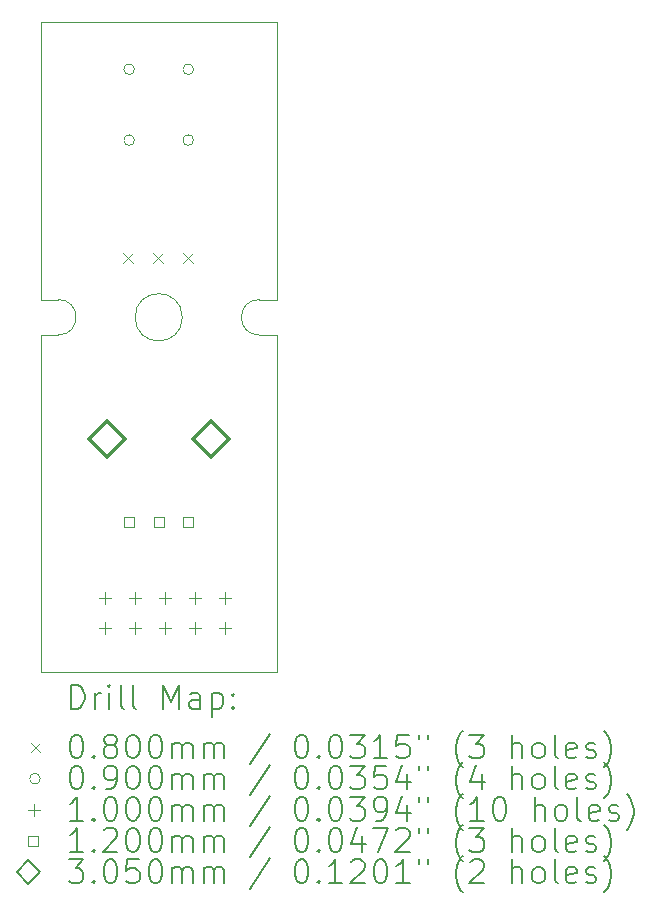
<source format=gbr>
%TF.GenerationSoftware,KiCad,Pcbnew,8.0.3*%
%TF.CreationDate,2025-02-02T19:32:29+01:00*%
%TF.ProjectId,RC,52432e6b-6963-4616-945f-706362585858,rev?*%
%TF.SameCoordinates,Original*%
%TF.FileFunction,Drillmap*%
%TF.FilePolarity,Positive*%
%FSLAX45Y45*%
G04 Gerber Fmt 4.5, Leading zero omitted, Abs format (unit mm)*
G04 Created by KiCad (PCBNEW 8.0.3) date 2025-02-02 19:32:29*
%MOMM*%
%LPD*%
G01*
G04 APERTURE LIST*
%ADD10C,0.050000*%
%ADD11C,0.200000*%
%ADD12C,0.100000*%
%ADD13C,0.120000*%
%ADD14C,0.305000*%
G04 APERTURE END LIST*
D10*
X15950000Y-12500000D02*
X13950000Y-12500000D01*
X14100000Y-9650000D02*
X13950000Y-9650000D01*
X15800000Y-9650000D02*
X15950000Y-9650000D01*
X14100000Y-9350000D02*
X13950000Y-9350000D01*
X14100000Y-9350000D02*
G75*
G02*
X14100000Y-9650000I0J-150000D01*
G01*
X15950000Y-7000000D02*
X15950000Y-9350000D01*
X15950000Y-9650000D02*
X15950000Y-12500000D01*
X15800000Y-9650000D02*
G75*
G02*
X15800000Y-9350000I0J150000D01*
G01*
X13950000Y-12500000D02*
X13950000Y-9650000D01*
X15800000Y-9350000D02*
X15950000Y-9350000D01*
X13950000Y-7000000D02*
X15950000Y-7000000D01*
X15150000Y-9500000D02*
G75*
G02*
X14750000Y-9500000I-200000J0D01*
G01*
X14750000Y-9500000D02*
G75*
G02*
X15150000Y-9500000I200000J0D01*
G01*
X13950000Y-9350000D02*
X13950000Y-7000000D01*
D11*
D12*
X14652000Y-8960000D02*
X14732000Y-9040000D01*
X14732000Y-8960000D02*
X14652000Y-9040000D01*
X14906000Y-8960000D02*
X14986000Y-9040000D01*
X14986000Y-8960000D02*
X14906000Y-9040000D01*
X15160000Y-8960000D02*
X15240000Y-9040000D01*
X15240000Y-8960000D02*
X15160000Y-9040000D01*
X14745000Y-7400000D02*
G75*
G02*
X14655000Y-7400000I-45000J0D01*
G01*
X14655000Y-7400000D02*
G75*
G02*
X14745000Y-7400000I45000J0D01*
G01*
X14745000Y-8000000D02*
G75*
G02*
X14655000Y-8000000I-45000J0D01*
G01*
X14655000Y-8000000D02*
G75*
G02*
X14745000Y-8000000I45000J0D01*
G01*
X15245000Y-7400000D02*
G75*
G02*
X15155000Y-7400000I-45000J0D01*
G01*
X15155000Y-7400000D02*
G75*
G02*
X15245000Y-7400000I45000J0D01*
G01*
X15245000Y-8000000D02*
G75*
G02*
X15155000Y-8000000I-45000J0D01*
G01*
X15155000Y-8000000D02*
G75*
G02*
X15245000Y-8000000I45000J0D01*
G01*
X14492500Y-11823500D02*
X14492500Y-11923500D01*
X14442500Y-11873500D02*
X14542500Y-11873500D01*
X14492500Y-12077500D02*
X14492500Y-12177500D01*
X14442500Y-12127500D02*
X14542500Y-12127500D01*
X14746500Y-11823500D02*
X14746500Y-11923500D01*
X14696500Y-11873500D02*
X14796500Y-11873500D01*
X14746500Y-12077500D02*
X14746500Y-12177500D01*
X14696500Y-12127500D02*
X14796500Y-12127500D01*
X15000500Y-11823500D02*
X15000500Y-11923500D01*
X14950500Y-11873500D02*
X15050500Y-11873500D01*
X15000500Y-12077500D02*
X15000500Y-12177500D01*
X14950500Y-12127500D02*
X15050500Y-12127500D01*
X15254500Y-11823500D02*
X15254500Y-11923500D01*
X15204500Y-11873500D02*
X15304500Y-11873500D01*
X15254500Y-12077500D02*
X15254500Y-12177500D01*
X15204500Y-12127500D02*
X15304500Y-12127500D01*
X15508500Y-11823500D02*
X15508500Y-11923500D01*
X15458500Y-11873500D02*
X15558500Y-11873500D01*
X15508500Y-12077500D02*
X15508500Y-12177500D01*
X15458500Y-12127500D02*
X15558500Y-12127500D01*
D13*
X14742427Y-11274927D02*
X14742427Y-11190073D01*
X14657573Y-11190073D01*
X14657573Y-11274927D01*
X14742427Y-11274927D01*
X14992427Y-11274927D02*
X14992427Y-11190073D01*
X14907573Y-11190073D01*
X14907573Y-11274927D01*
X14992427Y-11274927D01*
X15242427Y-11274927D02*
X15242427Y-11190073D01*
X15157573Y-11190073D01*
X15157573Y-11274927D01*
X15242427Y-11274927D01*
D14*
X14510000Y-10685000D02*
X14662500Y-10532500D01*
X14510000Y-10380000D01*
X14357500Y-10532500D01*
X14510000Y-10685000D01*
X15390000Y-10685000D02*
X15542500Y-10532500D01*
X15390000Y-10380000D01*
X15237500Y-10532500D01*
X15390000Y-10685000D01*
D11*
X14208277Y-12813984D02*
X14208277Y-12613984D01*
X14208277Y-12613984D02*
X14255896Y-12613984D01*
X14255896Y-12613984D02*
X14284467Y-12623508D01*
X14284467Y-12623508D02*
X14303515Y-12642555D01*
X14303515Y-12642555D02*
X14313039Y-12661603D01*
X14313039Y-12661603D02*
X14322562Y-12699698D01*
X14322562Y-12699698D02*
X14322562Y-12728269D01*
X14322562Y-12728269D02*
X14313039Y-12766365D01*
X14313039Y-12766365D02*
X14303515Y-12785412D01*
X14303515Y-12785412D02*
X14284467Y-12804460D01*
X14284467Y-12804460D02*
X14255896Y-12813984D01*
X14255896Y-12813984D02*
X14208277Y-12813984D01*
X14408277Y-12813984D02*
X14408277Y-12680650D01*
X14408277Y-12718746D02*
X14417801Y-12699698D01*
X14417801Y-12699698D02*
X14427324Y-12690174D01*
X14427324Y-12690174D02*
X14446372Y-12680650D01*
X14446372Y-12680650D02*
X14465420Y-12680650D01*
X14532086Y-12813984D02*
X14532086Y-12680650D01*
X14532086Y-12613984D02*
X14522562Y-12623508D01*
X14522562Y-12623508D02*
X14532086Y-12633031D01*
X14532086Y-12633031D02*
X14541610Y-12623508D01*
X14541610Y-12623508D02*
X14532086Y-12613984D01*
X14532086Y-12613984D02*
X14532086Y-12633031D01*
X14655896Y-12813984D02*
X14636848Y-12804460D01*
X14636848Y-12804460D02*
X14627324Y-12785412D01*
X14627324Y-12785412D02*
X14627324Y-12613984D01*
X14760658Y-12813984D02*
X14741610Y-12804460D01*
X14741610Y-12804460D02*
X14732086Y-12785412D01*
X14732086Y-12785412D02*
X14732086Y-12613984D01*
X14989229Y-12813984D02*
X14989229Y-12613984D01*
X14989229Y-12613984D02*
X15055896Y-12756841D01*
X15055896Y-12756841D02*
X15122562Y-12613984D01*
X15122562Y-12613984D02*
X15122562Y-12813984D01*
X15303515Y-12813984D02*
X15303515Y-12709222D01*
X15303515Y-12709222D02*
X15293991Y-12690174D01*
X15293991Y-12690174D02*
X15274943Y-12680650D01*
X15274943Y-12680650D02*
X15236848Y-12680650D01*
X15236848Y-12680650D02*
X15217801Y-12690174D01*
X15303515Y-12804460D02*
X15284467Y-12813984D01*
X15284467Y-12813984D02*
X15236848Y-12813984D01*
X15236848Y-12813984D02*
X15217801Y-12804460D01*
X15217801Y-12804460D02*
X15208277Y-12785412D01*
X15208277Y-12785412D02*
X15208277Y-12766365D01*
X15208277Y-12766365D02*
X15217801Y-12747317D01*
X15217801Y-12747317D02*
X15236848Y-12737793D01*
X15236848Y-12737793D02*
X15284467Y-12737793D01*
X15284467Y-12737793D02*
X15303515Y-12728269D01*
X15398753Y-12680650D02*
X15398753Y-12880650D01*
X15398753Y-12690174D02*
X15417801Y-12680650D01*
X15417801Y-12680650D02*
X15455896Y-12680650D01*
X15455896Y-12680650D02*
X15474943Y-12690174D01*
X15474943Y-12690174D02*
X15484467Y-12699698D01*
X15484467Y-12699698D02*
X15493991Y-12718746D01*
X15493991Y-12718746D02*
X15493991Y-12775888D01*
X15493991Y-12775888D02*
X15484467Y-12794936D01*
X15484467Y-12794936D02*
X15474943Y-12804460D01*
X15474943Y-12804460D02*
X15455896Y-12813984D01*
X15455896Y-12813984D02*
X15417801Y-12813984D01*
X15417801Y-12813984D02*
X15398753Y-12804460D01*
X15579705Y-12794936D02*
X15589229Y-12804460D01*
X15589229Y-12804460D02*
X15579705Y-12813984D01*
X15579705Y-12813984D02*
X15570182Y-12804460D01*
X15570182Y-12804460D02*
X15579705Y-12794936D01*
X15579705Y-12794936D02*
X15579705Y-12813984D01*
X15579705Y-12690174D02*
X15589229Y-12699698D01*
X15589229Y-12699698D02*
X15579705Y-12709222D01*
X15579705Y-12709222D02*
X15570182Y-12699698D01*
X15570182Y-12699698D02*
X15579705Y-12690174D01*
X15579705Y-12690174D02*
X15579705Y-12709222D01*
D12*
X13867500Y-13102500D02*
X13947500Y-13182500D01*
X13947500Y-13102500D02*
X13867500Y-13182500D01*
D11*
X14246372Y-13033984D02*
X14265420Y-13033984D01*
X14265420Y-13033984D02*
X14284467Y-13043508D01*
X14284467Y-13043508D02*
X14293991Y-13053031D01*
X14293991Y-13053031D02*
X14303515Y-13072079D01*
X14303515Y-13072079D02*
X14313039Y-13110174D01*
X14313039Y-13110174D02*
X14313039Y-13157793D01*
X14313039Y-13157793D02*
X14303515Y-13195888D01*
X14303515Y-13195888D02*
X14293991Y-13214936D01*
X14293991Y-13214936D02*
X14284467Y-13224460D01*
X14284467Y-13224460D02*
X14265420Y-13233984D01*
X14265420Y-13233984D02*
X14246372Y-13233984D01*
X14246372Y-13233984D02*
X14227324Y-13224460D01*
X14227324Y-13224460D02*
X14217801Y-13214936D01*
X14217801Y-13214936D02*
X14208277Y-13195888D01*
X14208277Y-13195888D02*
X14198753Y-13157793D01*
X14198753Y-13157793D02*
X14198753Y-13110174D01*
X14198753Y-13110174D02*
X14208277Y-13072079D01*
X14208277Y-13072079D02*
X14217801Y-13053031D01*
X14217801Y-13053031D02*
X14227324Y-13043508D01*
X14227324Y-13043508D02*
X14246372Y-13033984D01*
X14398753Y-13214936D02*
X14408277Y-13224460D01*
X14408277Y-13224460D02*
X14398753Y-13233984D01*
X14398753Y-13233984D02*
X14389229Y-13224460D01*
X14389229Y-13224460D02*
X14398753Y-13214936D01*
X14398753Y-13214936D02*
X14398753Y-13233984D01*
X14522562Y-13119698D02*
X14503515Y-13110174D01*
X14503515Y-13110174D02*
X14493991Y-13100650D01*
X14493991Y-13100650D02*
X14484467Y-13081603D01*
X14484467Y-13081603D02*
X14484467Y-13072079D01*
X14484467Y-13072079D02*
X14493991Y-13053031D01*
X14493991Y-13053031D02*
X14503515Y-13043508D01*
X14503515Y-13043508D02*
X14522562Y-13033984D01*
X14522562Y-13033984D02*
X14560658Y-13033984D01*
X14560658Y-13033984D02*
X14579705Y-13043508D01*
X14579705Y-13043508D02*
X14589229Y-13053031D01*
X14589229Y-13053031D02*
X14598753Y-13072079D01*
X14598753Y-13072079D02*
X14598753Y-13081603D01*
X14598753Y-13081603D02*
X14589229Y-13100650D01*
X14589229Y-13100650D02*
X14579705Y-13110174D01*
X14579705Y-13110174D02*
X14560658Y-13119698D01*
X14560658Y-13119698D02*
X14522562Y-13119698D01*
X14522562Y-13119698D02*
X14503515Y-13129222D01*
X14503515Y-13129222D02*
X14493991Y-13138746D01*
X14493991Y-13138746D02*
X14484467Y-13157793D01*
X14484467Y-13157793D02*
X14484467Y-13195888D01*
X14484467Y-13195888D02*
X14493991Y-13214936D01*
X14493991Y-13214936D02*
X14503515Y-13224460D01*
X14503515Y-13224460D02*
X14522562Y-13233984D01*
X14522562Y-13233984D02*
X14560658Y-13233984D01*
X14560658Y-13233984D02*
X14579705Y-13224460D01*
X14579705Y-13224460D02*
X14589229Y-13214936D01*
X14589229Y-13214936D02*
X14598753Y-13195888D01*
X14598753Y-13195888D02*
X14598753Y-13157793D01*
X14598753Y-13157793D02*
X14589229Y-13138746D01*
X14589229Y-13138746D02*
X14579705Y-13129222D01*
X14579705Y-13129222D02*
X14560658Y-13119698D01*
X14722562Y-13033984D02*
X14741610Y-13033984D01*
X14741610Y-13033984D02*
X14760658Y-13043508D01*
X14760658Y-13043508D02*
X14770182Y-13053031D01*
X14770182Y-13053031D02*
X14779705Y-13072079D01*
X14779705Y-13072079D02*
X14789229Y-13110174D01*
X14789229Y-13110174D02*
X14789229Y-13157793D01*
X14789229Y-13157793D02*
X14779705Y-13195888D01*
X14779705Y-13195888D02*
X14770182Y-13214936D01*
X14770182Y-13214936D02*
X14760658Y-13224460D01*
X14760658Y-13224460D02*
X14741610Y-13233984D01*
X14741610Y-13233984D02*
X14722562Y-13233984D01*
X14722562Y-13233984D02*
X14703515Y-13224460D01*
X14703515Y-13224460D02*
X14693991Y-13214936D01*
X14693991Y-13214936D02*
X14684467Y-13195888D01*
X14684467Y-13195888D02*
X14674943Y-13157793D01*
X14674943Y-13157793D02*
X14674943Y-13110174D01*
X14674943Y-13110174D02*
X14684467Y-13072079D01*
X14684467Y-13072079D02*
X14693991Y-13053031D01*
X14693991Y-13053031D02*
X14703515Y-13043508D01*
X14703515Y-13043508D02*
X14722562Y-13033984D01*
X14913039Y-13033984D02*
X14932086Y-13033984D01*
X14932086Y-13033984D02*
X14951134Y-13043508D01*
X14951134Y-13043508D02*
X14960658Y-13053031D01*
X14960658Y-13053031D02*
X14970182Y-13072079D01*
X14970182Y-13072079D02*
X14979705Y-13110174D01*
X14979705Y-13110174D02*
X14979705Y-13157793D01*
X14979705Y-13157793D02*
X14970182Y-13195888D01*
X14970182Y-13195888D02*
X14960658Y-13214936D01*
X14960658Y-13214936D02*
X14951134Y-13224460D01*
X14951134Y-13224460D02*
X14932086Y-13233984D01*
X14932086Y-13233984D02*
X14913039Y-13233984D01*
X14913039Y-13233984D02*
X14893991Y-13224460D01*
X14893991Y-13224460D02*
X14884467Y-13214936D01*
X14884467Y-13214936D02*
X14874943Y-13195888D01*
X14874943Y-13195888D02*
X14865420Y-13157793D01*
X14865420Y-13157793D02*
X14865420Y-13110174D01*
X14865420Y-13110174D02*
X14874943Y-13072079D01*
X14874943Y-13072079D02*
X14884467Y-13053031D01*
X14884467Y-13053031D02*
X14893991Y-13043508D01*
X14893991Y-13043508D02*
X14913039Y-13033984D01*
X15065420Y-13233984D02*
X15065420Y-13100650D01*
X15065420Y-13119698D02*
X15074943Y-13110174D01*
X15074943Y-13110174D02*
X15093991Y-13100650D01*
X15093991Y-13100650D02*
X15122563Y-13100650D01*
X15122563Y-13100650D02*
X15141610Y-13110174D01*
X15141610Y-13110174D02*
X15151134Y-13129222D01*
X15151134Y-13129222D02*
X15151134Y-13233984D01*
X15151134Y-13129222D02*
X15160658Y-13110174D01*
X15160658Y-13110174D02*
X15179705Y-13100650D01*
X15179705Y-13100650D02*
X15208277Y-13100650D01*
X15208277Y-13100650D02*
X15227324Y-13110174D01*
X15227324Y-13110174D02*
X15236848Y-13129222D01*
X15236848Y-13129222D02*
X15236848Y-13233984D01*
X15332086Y-13233984D02*
X15332086Y-13100650D01*
X15332086Y-13119698D02*
X15341610Y-13110174D01*
X15341610Y-13110174D02*
X15360658Y-13100650D01*
X15360658Y-13100650D02*
X15389229Y-13100650D01*
X15389229Y-13100650D02*
X15408277Y-13110174D01*
X15408277Y-13110174D02*
X15417801Y-13129222D01*
X15417801Y-13129222D02*
X15417801Y-13233984D01*
X15417801Y-13129222D02*
X15427324Y-13110174D01*
X15427324Y-13110174D02*
X15446372Y-13100650D01*
X15446372Y-13100650D02*
X15474943Y-13100650D01*
X15474943Y-13100650D02*
X15493991Y-13110174D01*
X15493991Y-13110174D02*
X15503515Y-13129222D01*
X15503515Y-13129222D02*
X15503515Y-13233984D01*
X15893991Y-13024460D02*
X15722563Y-13281603D01*
X16151134Y-13033984D02*
X16170182Y-13033984D01*
X16170182Y-13033984D02*
X16189229Y-13043508D01*
X16189229Y-13043508D02*
X16198753Y-13053031D01*
X16198753Y-13053031D02*
X16208277Y-13072079D01*
X16208277Y-13072079D02*
X16217801Y-13110174D01*
X16217801Y-13110174D02*
X16217801Y-13157793D01*
X16217801Y-13157793D02*
X16208277Y-13195888D01*
X16208277Y-13195888D02*
X16198753Y-13214936D01*
X16198753Y-13214936D02*
X16189229Y-13224460D01*
X16189229Y-13224460D02*
X16170182Y-13233984D01*
X16170182Y-13233984D02*
X16151134Y-13233984D01*
X16151134Y-13233984D02*
X16132086Y-13224460D01*
X16132086Y-13224460D02*
X16122563Y-13214936D01*
X16122563Y-13214936D02*
X16113039Y-13195888D01*
X16113039Y-13195888D02*
X16103515Y-13157793D01*
X16103515Y-13157793D02*
X16103515Y-13110174D01*
X16103515Y-13110174D02*
X16113039Y-13072079D01*
X16113039Y-13072079D02*
X16122563Y-13053031D01*
X16122563Y-13053031D02*
X16132086Y-13043508D01*
X16132086Y-13043508D02*
X16151134Y-13033984D01*
X16303515Y-13214936D02*
X16313039Y-13224460D01*
X16313039Y-13224460D02*
X16303515Y-13233984D01*
X16303515Y-13233984D02*
X16293991Y-13224460D01*
X16293991Y-13224460D02*
X16303515Y-13214936D01*
X16303515Y-13214936D02*
X16303515Y-13233984D01*
X16436848Y-13033984D02*
X16455896Y-13033984D01*
X16455896Y-13033984D02*
X16474944Y-13043508D01*
X16474944Y-13043508D02*
X16484467Y-13053031D01*
X16484467Y-13053031D02*
X16493991Y-13072079D01*
X16493991Y-13072079D02*
X16503515Y-13110174D01*
X16503515Y-13110174D02*
X16503515Y-13157793D01*
X16503515Y-13157793D02*
X16493991Y-13195888D01*
X16493991Y-13195888D02*
X16484467Y-13214936D01*
X16484467Y-13214936D02*
X16474944Y-13224460D01*
X16474944Y-13224460D02*
X16455896Y-13233984D01*
X16455896Y-13233984D02*
X16436848Y-13233984D01*
X16436848Y-13233984D02*
X16417801Y-13224460D01*
X16417801Y-13224460D02*
X16408277Y-13214936D01*
X16408277Y-13214936D02*
X16398753Y-13195888D01*
X16398753Y-13195888D02*
X16389229Y-13157793D01*
X16389229Y-13157793D02*
X16389229Y-13110174D01*
X16389229Y-13110174D02*
X16398753Y-13072079D01*
X16398753Y-13072079D02*
X16408277Y-13053031D01*
X16408277Y-13053031D02*
X16417801Y-13043508D01*
X16417801Y-13043508D02*
X16436848Y-13033984D01*
X16570182Y-13033984D02*
X16693991Y-13033984D01*
X16693991Y-13033984D02*
X16627325Y-13110174D01*
X16627325Y-13110174D02*
X16655896Y-13110174D01*
X16655896Y-13110174D02*
X16674944Y-13119698D01*
X16674944Y-13119698D02*
X16684467Y-13129222D01*
X16684467Y-13129222D02*
X16693991Y-13148269D01*
X16693991Y-13148269D02*
X16693991Y-13195888D01*
X16693991Y-13195888D02*
X16684467Y-13214936D01*
X16684467Y-13214936D02*
X16674944Y-13224460D01*
X16674944Y-13224460D02*
X16655896Y-13233984D01*
X16655896Y-13233984D02*
X16598753Y-13233984D01*
X16598753Y-13233984D02*
X16579706Y-13224460D01*
X16579706Y-13224460D02*
X16570182Y-13214936D01*
X16884468Y-13233984D02*
X16770182Y-13233984D01*
X16827325Y-13233984D02*
X16827325Y-13033984D01*
X16827325Y-13033984D02*
X16808277Y-13062555D01*
X16808277Y-13062555D02*
X16789229Y-13081603D01*
X16789229Y-13081603D02*
X16770182Y-13091127D01*
X17065420Y-13033984D02*
X16970182Y-13033984D01*
X16970182Y-13033984D02*
X16960658Y-13129222D01*
X16960658Y-13129222D02*
X16970182Y-13119698D01*
X16970182Y-13119698D02*
X16989229Y-13110174D01*
X16989229Y-13110174D02*
X17036849Y-13110174D01*
X17036849Y-13110174D02*
X17055896Y-13119698D01*
X17055896Y-13119698D02*
X17065420Y-13129222D01*
X17065420Y-13129222D02*
X17074944Y-13148269D01*
X17074944Y-13148269D02*
X17074944Y-13195888D01*
X17074944Y-13195888D02*
X17065420Y-13214936D01*
X17065420Y-13214936D02*
X17055896Y-13224460D01*
X17055896Y-13224460D02*
X17036849Y-13233984D01*
X17036849Y-13233984D02*
X16989229Y-13233984D01*
X16989229Y-13233984D02*
X16970182Y-13224460D01*
X16970182Y-13224460D02*
X16960658Y-13214936D01*
X17151134Y-13033984D02*
X17151134Y-13072079D01*
X17227325Y-13033984D02*
X17227325Y-13072079D01*
X17522563Y-13310174D02*
X17513039Y-13300650D01*
X17513039Y-13300650D02*
X17493991Y-13272079D01*
X17493991Y-13272079D02*
X17484468Y-13253031D01*
X17484468Y-13253031D02*
X17474944Y-13224460D01*
X17474944Y-13224460D02*
X17465420Y-13176841D01*
X17465420Y-13176841D02*
X17465420Y-13138746D01*
X17465420Y-13138746D02*
X17474944Y-13091127D01*
X17474944Y-13091127D02*
X17484468Y-13062555D01*
X17484468Y-13062555D02*
X17493991Y-13043508D01*
X17493991Y-13043508D02*
X17513039Y-13014936D01*
X17513039Y-13014936D02*
X17522563Y-13005412D01*
X17579706Y-13033984D02*
X17703515Y-13033984D01*
X17703515Y-13033984D02*
X17636849Y-13110174D01*
X17636849Y-13110174D02*
X17665420Y-13110174D01*
X17665420Y-13110174D02*
X17684468Y-13119698D01*
X17684468Y-13119698D02*
X17693991Y-13129222D01*
X17693991Y-13129222D02*
X17703515Y-13148269D01*
X17703515Y-13148269D02*
X17703515Y-13195888D01*
X17703515Y-13195888D02*
X17693991Y-13214936D01*
X17693991Y-13214936D02*
X17684468Y-13224460D01*
X17684468Y-13224460D02*
X17665420Y-13233984D01*
X17665420Y-13233984D02*
X17608277Y-13233984D01*
X17608277Y-13233984D02*
X17589230Y-13224460D01*
X17589230Y-13224460D02*
X17579706Y-13214936D01*
X17941611Y-13233984D02*
X17941611Y-13033984D01*
X18027325Y-13233984D02*
X18027325Y-13129222D01*
X18027325Y-13129222D02*
X18017801Y-13110174D01*
X18017801Y-13110174D02*
X17998753Y-13100650D01*
X17998753Y-13100650D02*
X17970182Y-13100650D01*
X17970182Y-13100650D02*
X17951134Y-13110174D01*
X17951134Y-13110174D02*
X17941611Y-13119698D01*
X18151134Y-13233984D02*
X18132087Y-13224460D01*
X18132087Y-13224460D02*
X18122563Y-13214936D01*
X18122563Y-13214936D02*
X18113039Y-13195888D01*
X18113039Y-13195888D02*
X18113039Y-13138746D01*
X18113039Y-13138746D02*
X18122563Y-13119698D01*
X18122563Y-13119698D02*
X18132087Y-13110174D01*
X18132087Y-13110174D02*
X18151134Y-13100650D01*
X18151134Y-13100650D02*
X18179706Y-13100650D01*
X18179706Y-13100650D02*
X18198753Y-13110174D01*
X18198753Y-13110174D02*
X18208277Y-13119698D01*
X18208277Y-13119698D02*
X18217801Y-13138746D01*
X18217801Y-13138746D02*
X18217801Y-13195888D01*
X18217801Y-13195888D02*
X18208277Y-13214936D01*
X18208277Y-13214936D02*
X18198753Y-13224460D01*
X18198753Y-13224460D02*
X18179706Y-13233984D01*
X18179706Y-13233984D02*
X18151134Y-13233984D01*
X18332087Y-13233984D02*
X18313039Y-13224460D01*
X18313039Y-13224460D02*
X18303515Y-13205412D01*
X18303515Y-13205412D02*
X18303515Y-13033984D01*
X18484468Y-13224460D02*
X18465420Y-13233984D01*
X18465420Y-13233984D02*
X18427325Y-13233984D01*
X18427325Y-13233984D02*
X18408277Y-13224460D01*
X18408277Y-13224460D02*
X18398753Y-13205412D01*
X18398753Y-13205412D02*
X18398753Y-13129222D01*
X18398753Y-13129222D02*
X18408277Y-13110174D01*
X18408277Y-13110174D02*
X18427325Y-13100650D01*
X18427325Y-13100650D02*
X18465420Y-13100650D01*
X18465420Y-13100650D02*
X18484468Y-13110174D01*
X18484468Y-13110174D02*
X18493992Y-13129222D01*
X18493992Y-13129222D02*
X18493992Y-13148269D01*
X18493992Y-13148269D02*
X18398753Y-13167317D01*
X18570182Y-13224460D02*
X18589230Y-13233984D01*
X18589230Y-13233984D02*
X18627325Y-13233984D01*
X18627325Y-13233984D02*
X18646373Y-13224460D01*
X18646373Y-13224460D02*
X18655896Y-13205412D01*
X18655896Y-13205412D02*
X18655896Y-13195888D01*
X18655896Y-13195888D02*
X18646373Y-13176841D01*
X18646373Y-13176841D02*
X18627325Y-13167317D01*
X18627325Y-13167317D02*
X18598753Y-13167317D01*
X18598753Y-13167317D02*
X18579706Y-13157793D01*
X18579706Y-13157793D02*
X18570182Y-13138746D01*
X18570182Y-13138746D02*
X18570182Y-13129222D01*
X18570182Y-13129222D02*
X18579706Y-13110174D01*
X18579706Y-13110174D02*
X18598753Y-13100650D01*
X18598753Y-13100650D02*
X18627325Y-13100650D01*
X18627325Y-13100650D02*
X18646373Y-13110174D01*
X18722563Y-13310174D02*
X18732087Y-13300650D01*
X18732087Y-13300650D02*
X18751134Y-13272079D01*
X18751134Y-13272079D02*
X18760658Y-13253031D01*
X18760658Y-13253031D02*
X18770182Y-13224460D01*
X18770182Y-13224460D02*
X18779706Y-13176841D01*
X18779706Y-13176841D02*
X18779706Y-13138746D01*
X18779706Y-13138746D02*
X18770182Y-13091127D01*
X18770182Y-13091127D02*
X18760658Y-13062555D01*
X18760658Y-13062555D02*
X18751134Y-13043508D01*
X18751134Y-13043508D02*
X18732087Y-13014936D01*
X18732087Y-13014936D02*
X18722563Y-13005412D01*
D12*
X13947500Y-13406500D02*
G75*
G02*
X13857500Y-13406500I-45000J0D01*
G01*
X13857500Y-13406500D02*
G75*
G02*
X13947500Y-13406500I45000J0D01*
G01*
D11*
X14246372Y-13297984D02*
X14265420Y-13297984D01*
X14265420Y-13297984D02*
X14284467Y-13307508D01*
X14284467Y-13307508D02*
X14293991Y-13317031D01*
X14293991Y-13317031D02*
X14303515Y-13336079D01*
X14303515Y-13336079D02*
X14313039Y-13374174D01*
X14313039Y-13374174D02*
X14313039Y-13421793D01*
X14313039Y-13421793D02*
X14303515Y-13459888D01*
X14303515Y-13459888D02*
X14293991Y-13478936D01*
X14293991Y-13478936D02*
X14284467Y-13488460D01*
X14284467Y-13488460D02*
X14265420Y-13497984D01*
X14265420Y-13497984D02*
X14246372Y-13497984D01*
X14246372Y-13497984D02*
X14227324Y-13488460D01*
X14227324Y-13488460D02*
X14217801Y-13478936D01*
X14217801Y-13478936D02*
X14208277Y-13459888D01*
X14208277Y-13459888D02*
X14198753Y-13421793D01*
X14198753Y-13421793D02*
X14198753Y-13374174D01*
X14198753Y-13374174D02*
X14208277Y-13336079D01*
X14208277Y-13336079D02*
X14217801Y-13317031D01*
X14217801Y-13317031D02*
X14227324Y-13307508D01*
X14227324Y-13307508D02*
X14246372Y-13297984D01*
X14398753Y-13478936D02*
X14408277Y-13488460D01*
X14408277Y-13488460D02*
X14398753Y-13497984D01*
X14398753Y-13497984D02*
X14389229Y-13488460D01*
X14389229Y-13488460D02*
X14398753Y-13478936D01*
X14398753Y-13478936D02*
X14398753Y-13497984D01*
X14503515Y-13497984D02*
X14541610Y-13497984D01*
X14541610Y-13497984D02*
X14560658Y-13488460D01*
X14560658Y-13488460D02*
X14570182Y-13478936D01*
X14570182Y-13478936D02*
X14589229Y-13450365D01*
X14589229Y-13450365D02*
X14598753Y-13412269D01*
X14598753Y-13412269D02*
X14598753Y-13336079D01*
X14598753Y-13336079D02*
X14589229Y-13317031D01*
X14589229Y-13317031D02*
X14579705Y-13307508D01*
X14579705Y-13307508D02*
X14560658Y-13297984D01*
X14560658Y-13297984D02*
X14522562Y-13297984D01*
X14522562Y-13297984D02*
X14503515Y-13307508D01*
X14503515Y-13307508D02*
X14493991Y-13317031D01*
X14493991Y-13317031D02*
X14484467Y-13336079D01*
X14484467Y-13336079D02*
X14484467Y-13383698D01*
X14484467Y-13383698D02*
X14493991Y-13402746D01*
X14493991Y-13402746D02*
X14503515Y-13412269D01*
X14503515Y-13412269D02*
X14522562Y-13421793D01*
X14522562Y-13421793D02*
X14560658Y-13421793D01*
X14560658Y-13421793D02*
X14579705Y-13412269D01*
X14579705Y-13412269D02*
X14589229Y-13402746D01*
X14589229Y-13402746D02*
X14598753Y-13383698D01*
X14722562Y-13297984D02*
X14741610Y-13297984D01*
X14741610Y-13297984D02*
X14760658Y-13307508D01*
X14760658Y-13307508D02*
X14770182Y-13317031D01*
X14770182Y-13317031D02*
X14779705Y-13336079D01*
X14779705Y-13336079D02*
X14789229Y-13374174D01*
X14789229Y-13374174D02*
X14789229Y-13421793D01*
X14789229Y-13421793D02*
X14779705Y-13459888D01*
X14779705Y-13459888D02*
X14770182Y-13478936D01*
X14770182Y-13478936D02*
X14760658Y-13488460D01*
X14760658Y-13488460D02*
X14741610Y-13497984D01*
X14741610Y-13497984D02*
X14722562Y-13497984D01*
X14722562Y-13497984D02*
X14703515Y-13488460D01*
X14703515Y-13488460D02*
X14693991Y-13478936D01*
X14693991Y-13478936D02*
X14684467Y-13459888D01*
X14684467Y-13459888D02*
X14674943Y-13421793D01*
X14674943Y-13421793D02*
X14674943Y-13374174D01*
X14674943Y-13374174D02*
X14684467Y-13336079D01*
X14684467Y-13336079D02*
X14693991Y-13317031D01*
X14693991Y-13317031D02*
X14703515Y-13307508D01*
X14703515Y-13307508D02*
X14722562Y-13297984D01*
X14913039Y-13297984D02*
X14932086Y-13297984D01*
X14932086Y-13297984D02*
X14951134Y-13307508D01*
X14951134Y-13307508D02*
X14960658Y-13317031D01*
X14960658Y-13317031D02*
X14970182Y-13336079D01*
X14970182Y-13336079D02*
X14979705Y-13374174D01*
X14979705Y-13374174D02*
X14979705Y-13421793D01*
X14979705Y-13421793D02*
X14970182Y-13459888D01*
X14970182Y-13459888D02*
X14960658Y-13478936D01*
X14960658Y-13478936D02*
X14951134Y-13488460D01*
X14951134Y-13488460D02*
X14932086Y-13497984D01*
X14932086Y-13497984D02*
X14913039Y-13497984D01*
X14913039Y-13497984D02*
X14893991Y-13488460D01*
X14893991Y-13488460D02*
X14884467Y-13478936D01*
X14884467Y-13478936D02*
X14874943Y-13459888D01*
X14874943Y-13459888D02*
X14865420Y-13421793D01*
X14865420Y-13421793D02*
X14865420Y-13374174D01*
X14865420Y-13374174D02*
X14874943Y-13336079D01*
X14874943Y-13336079D02*
X14884467Y-13317031D01*
X14884467Y-13317031D02*
X14893991Y-13307508D01*
X14893991Y-13307508D02*
X14913039Y-13297984D01*
X15065420Y-13497984D02*
X15065420Y-13364650D01*
X15065420Y-13383698D02*
X15074943Y-13374174D01*
X15074943Y-13374174D02*
X15093991Y-13364650D01*
X15093991Y-13364650D02*
X15122563Y-13364650D01*
X15122563Y-13364650D02*
X15141610Y-13374174D01*
X15141610Y-13374174D02*
X15151134Y-13393222D01*
X15151134Y-13393222D02*
X15151134Y-13497984D01*
X15151134Y-13393222D02*
X15160658Y-13374174D01*
X15160658Y-13374174D02*
X15179705Y-13364650D01*
X15179705Y-13364650D02*
X15208277Y-13364650D01*
X15208277Y-13364650D02*
X15227324Y-13374174D01*
X15227324Y-13374174D02*
X15236848Y-13393222D01*
X15236848Y-13393222D02*
X15236848Y-13497984D01*
X15332086Y-13497984D02*
X15332086Y-13364650D01*
X15332086Y-13383698D02*
X15341610Y-13374174D01*
X15341610Y-13374174D02*
X15360658Y-13364650D01*
X15360658Y-13364650D02*
X15389229Y-13364650D01*
X15389229Y-13364650D02*
X15408277Y-13374174D01*
X15408277Y-13374174D02*
X15417801Y-13393222D01*
X15417801Y-13393222D02*
X15417801Y-13497984D01*
X15417801Y-13393222D02*
X15427324Y-13374174D01*
X15427324Y-13374174D02*
X15446372Y-13364650D01*
X15446372Y-13364650D02*
X15474943Y-13364650D01*
X15474943Y-13364650D02*
X15493991Y-13374174D01*
X15493991Y-13374174D02*
X15503515Y-13393222D01*
X15503515Y-13393222D02*
X15503515Y-13497984D01*
X15893991Y-13288460D02*
X15722563Y-13545603D01*
X16151134Y-13297984D02*
X16170182Y-13297984D01*
X16170182Y-13297984D02*
X16189229Y-13307508D01*
X16189229Y-13307508D02*
X16198753Y-13317031D01*
X16198753Y-13317031D02*
X16208277Y-13336079D01*
X16208277Y-13336079D02*
X16217801Y-13374174D01*
X16217801Y-13374174D02*
X16217801Y-13421793D01*
X16217801Y-13421793D02*
X16208277Y-13459888D01*
X16208277Y-13459888D02*
X16198753Y-13478936D01*
X16198753Y-13478936D02*
X16189229Y-13488460D01*
X16189229Y-13488460D02*
X16170182Y-13497984D01*
X16170182Y-13497984D02*
X16151134Y-13497984D01*
X16151134Y-13497984D02*
X16132086Y-13488460D01*
X16132086Y-13488460D02*
X16122563Y-13478936D01*
X16122563Y-13478936D02*
X16113039Y-13459888D01*
X16113039Y-13459888D02*
X16103515Y-13421793D01*
X16103515Y-13421793D02*
X16103515Y-13374174D01*
X16103515Y-13374174D02*
X16113039Y-13336079D01*
X16113039Y-13336079D02*
X16122563Y-13317031D01*
X16122563Y-13317031D02*
X16132086Y-13307508D01*
X16132086Y-13307508D02*
X16151134Y-13297984D01*
X16303515Y-13478936D02*
X16313039Y-13488460D01*
X16313039Y-13488460D02*
X16303515Y-13497984D01*
X16303515Y-13497984D02*
X16293991Y-13488460D01*
X16293991Y-13488460D02*
X16303515Y-13478936D01*
X16303515Y-13478936D02*
X16303515Y-13497984D01*
X16436848Y-13297984D02*
X16455896Y-13297984D01*
X16455896Y-13297984D02*
X16474944Y-13307508D01*
X16474944Y-13307508D02*
X16484467Y-13317031D01*
X16484467Y-13317031D02*
X16493991Y-13336079D01*
X16493991Y-13336079D02*
X16503515Y-13374174D01*
X16503515Y-13374174D02*
X16503515Y-13421793D01*
X16503515Y-13421793D02*
X16493991Y-13459888D01*
X16493991Y-13459888D02*
X16484467Y-13478936D01*
X16484467Y-13478936D02*
X16474944Y-13488460D01*
X16474944Y-13488460D02*
X16455896Y-13497984D01*
X16455896Y-13497984D02*
X16436848Y-13497984D01*
X16436848Y-13497984D02*
X16417801Y-13488460D01*
X16417801Y-13488460D02*
X16408277Y-13478936D01*
X16408277Y-13478936D02*
X16398753Y-13459888D01*
X16398753Y-13459888D02*
X16389229Y-13421793D01*
X16389229Y-13421793D02*
X16389229Y-13374174D01*
X16389229Y-13374174D02*
X16398753Y-13336079D01*
X16398753Y-13336079D02*
X16408277Y-13317031D01*
X16408277Y-13317031D02*
X16417801Y-13307508D01*
X16417801Y-13307508D02*
X16436848Y-13297984D01*
X16570182Y-13297984D02*
X16693991Y-13297984D01*
X16693991Y-13297984D02*
X16627325Y-13374174D01*
X16627325Y-13374174D02*
X16655896Y-13374174D01*
X16655896Y-13374174D02*
X16674944Y-13383698D01*
X16674944Y-13383698D02*
X16684467Y-13393222D01*
X16684467Y-13393222D02*
X16693991Y-13412269D01*
X16693991Y-13412269D02*
X16693991Y-13459888D01*
X16693991Y-13459888D02*
X16684467Y-13478936D01*
X16684467Y-13478936D02*
X16674944Y-13488460D01*
X16674944Y-13488460D02*
X16655896Y-13497984D01*
X16655896Y-13497984D02*
X16598753Y-13497984D01*
X16598753Y-13497984D02*
X16579706Y-13488460D01*
X16579706Y-13488460D02*
X16570182Y-13478936D01*
X16874944Y-13297984D02*
X16779706Y-13297984D01*
X16779706Y-13297984D02*
X16770182Y-13393222D01*
X16770182Y-13393222D02*
X16779706Y-13383698D01*
X16779706Y-13383698D02*
X16798753Y-13374174D01*
X16798753Y-13374174D02*
X16846372Y-13374174D01*
X16846372Y-13374174D02*
X16865420Y-13383698D01*
X16865420Y-13383698D02*
X16874944Y-13393222D01*
X16874944Y-13393222D02*
X16884468Y-13412269D01*
X16884468Y-13412269D02*
X16884468Y-13459888D01*
X16884468Y-13459888D02*
X16874944Y-13478936D01*
X16874944Y-13478936D02*
X16865420Y-13488460D01*
X16865420Y-13488460D02*
X16846372Y-13497984D01*
X16846372Y-13497984D02*
X16798753Y-13497984D01*
X16798753Y-13497984D02*
X16779706Y-13488460D01*
X16779706Y-13488460D02*
X16770182Y-13478936D01*
X17055896Y-13364650D02*
X17055896Y-13497984D01*
X17008277Y-13288460D02*
X16960658Y-13431317D01*
X16960658Y-13431317D02*
X17084468Y-13431317D01*
X17151134Y-13297984D02*
X17151134Y-13336079D01*
X17227325Y-13297984D02*
X17227325Y-13336079D01*
X17522563Y-13574174D02*
X17513039Y-13564650D01*
X17513039Y-13564650D02*
X17493991Y-13536079D01*
X17493991Y-13536079D02*
X17484468Y-13517031D01*
X17484468Y-13517031D02*
X17474944Y-13488460D01*
X17474944Y-13488460D02*
X17465420Y-13440841D01*
X17465420Y-13440841D02*
X17465420Y-13402746D01*
X17465420Y-13402746D02*
X17474944Y-13355127D01*
X17474944Y-13355127D02*
X17484468Y-13326555D01*
X17484468Y-13326555D02*
X17493991Y-13307508D01*
X17493991Y-13307508D02*
X17513039Y-13278936D01*
X17513039Y-13278936D02*
X17522563Y-13269412D01*
X17684468Y-13364650D02*
X17684468Y-13497984D01*
X17636849Y-13288460D02*
X17589230Y-13431317D01*
X17589230Y-13431317D02*
X17713039Y-13431317D01*
X17941611Y-13497984D02*
X17941611Y-13297984D01*
X18027325Y-13497984D02*
X18027325Y-13393222D01*
X18027325Y-13393222D02*
X18017801Y-13374174D01*
X18017801Y-13374174D02*
X17998753Y-13364650D01*
X17998753Y-13364650D02*
X17970182Y-13364650D01*
X17970182Y-13364650D02*
X17951134Y-13374174D01*
X17951134Y-13374174D02*
X17941611Y-13383698D01*
X18151134Y-13497984D02*
X18132087Y-13488460D01*
X18132087Y-13488460D02*
X18122563Y-13478936D01*
X18122563Y-13478936D02*
X18113039Y-13459888D01*
X18113039Y-13459888D02*
X18113039Y-13402746D01*
X18113039Y-13402746D02*
X18122563Y-13383698D01*
X18122563Y-13383698D02*
X18132087Y-13374174D01*
X18132087Y-13374174D02*
X18151134Y-13364650D01*
X18151134Y-13364650D02*
X18179706Y-13364650D01*
X18179706Y-13364650D02*
X18198753Y-13374174D01*
X18198753Y-13374174D02*
X18208277Y-13383698D01*
X18208277Y-13383698D02*
X18217801Y-13402746D01*
X18217801Y-13402746D02*
X18217801Y-13459888D01*
X18217801Y-13459888D02*
X18208277Y-13478936D01*
X18208277Y-13478936D02*
X18198753Y-13488460D01*
X18198753Y-13488460D02*
X18179706Y-13497984D01*
X18179706Y-13497984D02*
X18151134Y-13497984D01*
X18332087Y-13497984D02*
X18313039Y-13488460D01*
X18313039Y-13488460D02*
X18303515Y-13469412D01*
X18303515Y-13469412D02*
X18303515Y-13297984D01*
X18484468Y-13488460D02*
X18465420Y-13497984D01*
X18465420Y-13497984D02*
X18427325Y-13497984D01*
X18427325Y-13497984D02*
X18408277Y-13488460D01*
X18408277Y-13488460D02*
X18398753Y-13469412D01*
X18398753Y-13469412D02*
X18398753Y-13393222D01*
X18398753Y-13393222D02*
X18408277Y-13374174D01*
X18408277Y-13374174D02*
X18427325Y-13364650D01*
X18427325Y-13364650D02*
X18465420Y-13364650D01*
X18465420Y-13364650D02*
X18484468Y-13374174D01*
X18484468Y-13374174D02*
X18493992Y-13393222D01*
X18493992Y-13393222D02*
X18493992Y-13412269D01*
X18493992Y-13412269D02*
X18398753Y-13431317D01*
X18570182Y-13488460D02*
X18589230Y-13497984D01*
X18589230Y-13497984D02*
X18627325Y-13497984D01*
X18627325Y-13497984D02*
X18646373Y-13488460D01*
X18646373Y-13488460D02*
X18655896Y-13469412D01*
X18655896Y-13469412D02*
X18655896Y-13459888D01*
X18655896Y-13459888D02*
X18646373Y-13440841D01*
X18646373Y-13440841D02*
X18627325Y-13431317D01*
X18627325Y-13431317D02*
X18598753Y-13431317D01*
X18598753Y-13431317D02*
X18579706Y-13421793D01*
X18579706Y-13421793D02*
X18570182Y-13402746D01*
X18570182Y-13402746D02*
X18570182Y-13393222D01*
X18570182Y-13393222D02*
X18579706Y-13374174D01*
X18579706Y-13374174D02*
X18598753Y-13364650D01*
X18598753Y-13364650D02*
X18627325Y-13364650D01*
X18627325Y-13364650D02*
X18646373Y-13374174D01*
X18722563Y-13574174D02*
X18732087Y-13564650D01*
X18732087Y-13564650D02*
X18751134Y-13536079D01*
X18751134Y-13536079D02*
X18760658Y-13517031D01*
X18760658Y-13517031D02*
X18770182Y-13488460D01*
X18770182Y-13488460D02*
X18779706Y-13440841D01*
X18779706Y-13440841D02*
X18779706Y-13402746D01*
X18779706Y-13402746D02*
X18770182Y-13355127D01*
X18770182Y-13355127D02*
X18760658Y-13326555D01*
X18760658Y-13326555D02*
X18751134Y-13307508D01*
X18751134Y-13307508D02*
X18732087Y-13278936D01*
X18732087Y-13278936D02*
X18722563Y-13269412D01*
D12*
X13897500Y-13620500D02*
X13897500Y-13720500D01*
X13847500Y-13670500D02*
X13947500Y-13670500D01*
D11*
X14313039Y-13761984D02*
X14198753Y-13761984D01*
X14255896Y-13761984D02*
X14255896Y-13561984D01*
X14255896Y-13561984D02*
X14236848Y-13590555D01*
X14236848Y-13590555D02*
X14217801Y-13609603D01*
X14217801Y-13609603D02*
X14198753Y-13619127D01*
X14398753Y-13742936D02*
X14408277Y-13752460D01*
X14408277Y-13752460D02*
X14398753Y-13761984D01*
X14398753Y-13761984D02*
X14389229Y-13752460D01*
X14389229Y-13752460D02*
X14398753Y-13742936D01*
X14398753Y-13742936D02*
X14398753Y-13761984D01*
X14532086Y-13561984D02*
X14551134Y-13561984D01*
X14551134Y-13561984D02*
X14570182Y-13571508D01*
X14570182Y-13571508D02*
X14579705Y-13581031D01*
X14579705Y-13581031D02*
X14589229Y-13600079D01*
X14589229Y-13600079D02*
X14598753Y-13638174D01*
X14598753Y-13638174D02*
X14598753Y-13685793D01*
X14598753Y-13685793D02*
X14589229Y-13723888D01*
X14589229Y-13723888D02*
X14579705Y-13742936D01*
X14579705Y-13742936D02*
X14570182Y-13752460D01*
X14570182Y-13752460D02*
X14551134Y-13761984D01*
X14551134Y-13761984D02*
X14532086Y-13761984D01*
X14532086Y-13761984D02*
X14513039Y-13752460D01*
X14513039Y-13752460D02*
X14503515Y-13742936D01*
X14503515Y-13742936D02*
X14493991Y-13723888D01*
X14493991Y-13723888D02*
X14484467Y-13685793D01*
X14484467Y-13685793D02*
X14484467Y-13638174D01*
X14484467Y-13638174D02*
X14493991Y-13600079D01*
X14493991Y-13600079D02*
X14503515Y-13581031D01*
X14503515Y-13581031D02*
X14513039Y-13571508D01*
X14513039Y-13571508D02*
X14532086Y-13561984D01*
X14722562Y-13561984D02*
X14741610Y-13561984D01*
X14741610Y-13561984D02*
X14760658Y-13571508D01*
X14760658Y-13571508D02*
X14770182Y-13581031D01*
X14770182Y-13581031D02*
X14779705Y-13600079D01*
X14779705Y-13600079D02*
X14789229Y-13638174D01*
X14789229Y-13638174D02*
X14789229Y-13685793D01*
X14789229Y-13685793D02*
X14779705Y-13723888D01*
X14779705Y-13723888D02*
X14770182Y-13742936D01*
X14770182Y-13742936D02*
X14760658Y-13752460D01*
X14760658Y-13752460D02*
X14741610Y-13761984D01*
X14741610Y-13761984D02*
X14722562Y-13761984D01*
X14722562Y-13761984D02*
X14703515Y-13752460D01*
X14703515Y-13752460D02*
X14693991Y-13742936D01*
X14693991Y-13742936D02*
X14684467Y-13723888D01*
X14684467Y-13723888D02*
X14674943Y-13685793D01*
X14674943Y-13685793D02*
X14674943Y-13638174D01*
X14674943Y-13638174D02*
X14684467Y-13600079D01*
X14684467Y-13600079D02*
X14693991Y-13581031D01*
X14693991Y-13581031D02*
X14703515Y-13571508D01*
X14703515Y-13571508D02*
X14722562Y-13561984D01*
X14913039Y-13561984D02*
X14932086Y-13561984D01*
X14932086Y-13561984D02*
X14951134Y-13571508D01*
X14951134Y-13571508D02*
X14960658Y-13581031D01*
X14960658Y-13581031D02*
X14970182Y-13600079D01*
X14970182Y-13600079D02*
X14979705Y-13638174D01*
X14979705Y-13638174D02*
X14979705Y-13685793D01*
X14979705Y-13685793D02*
X14970182Y-13723888D01*
X14970182Y-13723888D02*
X14960658Y-13742936D01*
X14960658Y-13742936D02*
X14951134Y-13752460D01*
X14951134Y-13752460D02*
X14932086Y-13761984D01*
X14932086Y-13761984D02*
X14913039Y-13761984D01*
X14913039Y-13761984D02*
X14893991Y-13752460D01*
X14893991Y-13752460D02*
X14884467Y-13742936D01*
X14884467Y-13742936D02*
X14874943Y-13723888D01*
X14874943Y-13723888D02*
X14865420Y-13685793D01*
X14865420Y-13685793D02*
X14865420Y-13638174D01*
X14865420Y-13638174D02*
X14874943Y-13600079D01*
X14874943Y-13600079D02*
X14884467Y-13581031D01*
X14884467Y-13581031D02*
X14893991Y-13571508D01*
X14893991Y-13571508D02*
X14913039Y-13561984D01*
X15065420Y-13761984D02*
X15065420Y-13628650D01*
X15065420Y-13647698D02*
X15074943Y-13638174D01*
X15074943Y-13638174D02*
X15093991Y-13628650D01*
X15093991Y-13628650D02*
X15122563Y-13628650D01*
X15122563Y-13628650D02*
X15141610Y-13638174D01*
X15141610Y-13638174D02*
X15151134Y-13657222D01*
X15151134Y-13657222D02*
X15151134Y-13761984D01*
X15151134Y-13657222D02*
X15160658Y-13638174D01*
X15160658Y-13638174D02*
X15179705Y-13628650D01*
X15179705Y-13628650D02*
X15208277Y-13628650D01*
X15208277Y-13628650D02*
X15227324Y-13638174D01*
X15227324Y-13638174D02*
X15236848Y-13657222D01*
X15236848Y-13657222D02*
X15236848Y-13761984D01*
X15332086Y-13761984D02*
X15332086Y-13628650D01*
X15332086Y-13647698D02*
X15341610Y-13638174D01*
X15341610Y-13638174D02*
X15360658Y-13628650D01*
X15360658Y-13628650D02*
X15389229Y-13628650D01*
X15389229Y-13628650D02*
X15408277Y-13638174D01*
X15408277Y-13638174D02*
X15417801Y-13657222D01*
X15417801Y-13657222D02*
X15417801Y-13761984D01*
X15417801Y-13657222D02*
X15427324Y-13638174D01*
X15427324Y-13638174D02*
X15446372Y-13628650D01*
X15446372Y-13628650D02*
X15474943Y-13628650D01*
X15474943Y-13628650D02*
X15493991Y-13638174D01*
X15493991Y-13638174D02*
X15503515Y-13657222D01*
X15503515Y-13657222D02*
X15503515Y-13761984D01*
X15893991Y-13552460D02*
X15722563Y-13809603D01*
X16151134Y-13561984D02*
X16170182Y-13561984D01*
X16170182Y-13561984D02*
X16189229Y-13571508D01*
X16189229Y-13571508D02*
X16198753Y-13581031D01*
X16198753Y-13581031D02*
X16208277Y-13600079D01*
X16208277Y-13600079D02*
X16217801Y-13638174D01*
X16217801Y-13638174D02*
X16217801Y-13685793D01*
X16217801Y-13685793D02*
X16208277Y-13723888D01*
X16208277Y-13723888D02*
X16198753Y-13742936D01*
X16198753Y-13742936D02*
X16189229Y-13752460D01*
X16189229Y-13752460D02*
X16170182Y-13761984D01*
X16170182Y-13761984D02*
X16151134Y-13761984D01*
X16151134Y-13761984D02*
X16132086Y-13752460D01*
X16132086Y-13752460D02*
X16122563Y-13742936D01*
X16122563Y-13742936D02*
X16113039Y-13723888D01*
X16113039Y-13723888D02*
X16103515Y-13685793D01*
X16103515Y-13685793D02*
X16103515Y-13638174D01*
X16103515Y-13638174D02*
X16113039Y-13600079D01*
X16113039Y-13600079D02*
X16122563Y-13581031D01*
X16122563Y-13581031D02*
X16132086Y-13571508D01*
X16132086Y-13571508D02*
X16151134Y-13561984D01*
X16303515Y-13742936D02*
X16313039Y-13752460D01*
X16313039Y-13752460D02*
X16303515Y-13761984D01*
X16303515Y-13761984D02*
X16293991Y-13752460D01*
X16293991Y-13752460D02*
X16303515Y-13742936D01*
X16303515Y-13742936D02*
X16303515Y-13761984D01*
X16436848Y-13561984D02*
X16455896Y-13561984D01*
X16455896Y-13561984D02*
X16474944Y-13571508D01*
X16474944Y-13571508D02*
X16484467Y-13581031D01*
X16484467Y-13581031D02*
X16493991Y-13600079D01*
X16493991Y-13600079D02*
X16503515Y-13638174D01*
X16503515Y-13638174D02*
X16503515Y-13685793D01*
X16503515Y-13685793D02*
X16493991Y-13723888D01*
X16493991Y-13723888D02*
X16484467Y-13742936D01*
X16484467Y-13742936D02*
X16474944Y-13752460D01*
X16474944Y-13752460D02*
X16455896Y-13761984D01*
X16455896Y-13761984D02*
X16436848Y-13761984D01*
X16436848Y-13761984D02*
X16417801Y-13752460D01*
X16417801Y-13752460D02*
X16408277Y-13742936D01*
X16408277Y-13742936D02*
X16398753Y-13723888D01*
X16398753Y-13723888D02*
X16389229Y-13685793D01*
X16389229Y-13685793D02*
X16389229Y-13638174D01*
X16389229Y-13638174D02*
X16398753Y-13600079D01*
X16398753Y-13600079D02*
X16408277Y-13581031D01*
X16408277Y-13581031D02*
X16417801Y-13571508D01*
X16417801Y-13571508D02*
X16436848Y-13561984D01*
X16570182Y-13561984D02*
X16693991Y-13561984D01*
X16693991Y-13561984D02*
X16627325Y-13638174D01*
X16627325Y-13638174D02*
X16655896Y-13638174D01*
X16655896Y-13638174D02*
X16674944Y-13647698D01*
X16674944Y-13647698D02*
X16684467Y-13657222D01*
X16684467Y-13657222D02*
X16693991Y-13676269D01*
X16693991Y-13676269D02*
X16693991Y-13723888D01*
X16693991Y-13723888D02*
X16684467Y-13742936D01*
X16684467Y-13742936D02*
X16674944Y-13752460D01*
X16674944Y-13752460D02*
X16655896Y-13761984D01*
X16655896Y-13761984D02*
X16598753Y-13761984D01*
X16598753Y-13761984D02*
X16579706Y-13752460D01*
X16579706Y-13752460D02*
X16570182Y-13742936D01*
X16789229Y-13761984D02*
X16827325Y-13761984D01*
X16827325Y-13761984D02*
X16846372Y-13752460D01*
X16846372Y-13752460D02*
X16855896Y-13742936D01*
X16855896Y-13742936D02*
X16874944Y-13714365D01*
X16874944Y-13714365D02*
X16884468Y-13676269D01*
X16884468Y-13676269D02*
X16884468Y-13600079D01*
X16884468Y-13600079D02*
X16874944Y-13581031D01*
X16874944Y-13581031D02*
X16865420Y-13571508D01*
X16865420Y-13571508D02*
X16846372Y-13561984D01*
X16846372Y-13561984D02*
X16808277Y-13561984D01*
X16808277Y-13561984D02*
X16789229Y-13571508D01*
X16789229Y-13571508D02*
X16779706Y-13581031D01*
X16779706Y-13581031D02*
X16770182Y-13600079D01*
X16770182Y-13600079D02*
X16770182Y-13647698D01*
X16770182Y-13647698D02*
X16779706Y-13666746D01*
X16779706Y-13666746D02*
X16789229Y-13676269D01*
X16789229Y-13676269D02*
X16808277Y-13685793D01*
X16808277Y-13685793D02*
X16846372Y-13685793D01*
X16846372Y-13685793D02*
X16865420Y-13676269D01*
X16865420Y-13676269D02*
X16874944Y-13666746D01*
X16874944Y-13666746D02*
X16884468Y-13647698D01*
X17055896Y-13628650D02*
X17055896Y-13761984D01*
X17008277Y-13552460D02*
X16960658Y-13695317D01*
X16960658Y-13695317D02*
X17084468Y-13695317D01*
X17151134Y-13561984D02*
X17151134Y-13600079D01*
X17227325Y-13561984D02*
X17227325Y-13600079D01*
X17522563Y-13838174D02*
X17513039Y-13828650D01*
X17513039Y-13828650D02*
X17493991Y-13800079D01*
X17493991Y-13800079D02*
X17484468Y-13781031D01*
X17484468Y-13781031D02*
X17474944Y-13752460D01*
X17474944Y-13752460D02*
X17465420Y-13704841D01*
X17465420Y-13704841D02*
X17465420Y-13666746D01*
X17465420Y-13666746D02*
X17474944Y-13619127D01*
X17474944Y-13619127D02*
X17484468Y-13590555D01*
X17484468Y-13590555D02*
X17493991Y-13571508D01*
X17493991Y-13571508D02*
X17513039Y-13542936D01*
X17513039Y-13542936D02*
X17522563Y-13533412D01*
X17703515Y-13761984D02*
X17589230Y-13761984D01*
X17646372Y-13761984D02*
X17646372Y-13561984D01*
X17646372Y-13561984D02*
X17627325Y-13590555D01*
X17627325Y-13590555D02*
X17608277Y-13609603D01*
X17608277Y-13609603D02*
X17589230Y-13619127D01*
X17827325Y-13561984D02*
X17846372Y-13561984D01*
X17846372Y-13561984D02*
X17865420Y-13571508D01*
X17865420Y-13571508D02*
X17874944Y-13581031D01*
X17874944Y-13581031D02*
X17884468Y-13600079D01*
X17884468Y-13600079D02*
X17893991Y-13638174D01*
X17893991Y-13638174D02*
X17893991Y-13685793D01*
X17893991Y-13685793D02*
X17884468Y-13723888D01*
X17884468Y-13723888D02*
X17874944Y-13742936D01*
X17874944Y-13742936D02*
X17865420Y-13752460D01*
X17865420Y-13752460D02*
X17846372Y-13761984D01*
X17846372Y-13761984D02*
X17827325Y-13761984D01*
X17827325Y-13761984D02*
X17808277Y-13752460D01*
X17808277Y-13752460D02*
X17798753Y-13742936D01*
X17798753Y-13742936D02*
X17789230Y-13723888D01*
X17789230Y-13723888D02*
X17779706Y-13685793D01*
X17779706Y-13685793D02*
X17779706Y-13638174D01*
X17779706Y-13638174D02*
X17789230Y-13600079D01*
X17789230Y-13600079D02*
X17798753Y-13581031D01*
X17798753Y-13581031D02*
X17808277Y-13571508D01*
X17808277Y-13571508D02*
X17827325Y-13561984D01*
X18132087Y-13761984D02*
X18132087Y-13561984D01*
X18217801Y-13761984D02*
X18217801Y-13657222D01*
X18217801Y-13657222D02*
X18208277Y-13638174D01*
X18208277Y-13638174D02*
X18189230Y-13628650D01*
X18189230Y-13628650D02*
X18160658Y-13628650D01*
X18160658Y-13628650D02*
X18141611Y-13638174D01*
X18141611Y-13638174D02*
X18132087Y-13647698D01*
X18341611Y-13761984D02*
X18322563Y-13752460D01*
X18322563Y-13752460D02*
X18313039Y-13742936D01*
X18313039Y-13742936D02*
X18303515Y-13723888D01*
X18303515Y-13723888D02*
X18303515Y-13666746D01*
X18303515Y-13666746D02*
X18313039Y-13647698D01*
X18313039Y-13647698D02*
X18322563Y-13638174D01*
X18322563Y-13638174D02*
X18341611Y-13628650D01*
X18341611Y-13628650D02*
X18370182Y-13628650D01*
X18370182Y-13628650D02*
X18389230Y-13638174D01*
X18389230Y-13638174D02*
X18398753Y-13647698D01*
X18398753Y-13647698D02*
X18408277Y-13666746D01*
X18408277Y-13666746D02*
X18408277Y-13723888D01*
X18408277Y-13723888D02*
X18398753Y-13742936D01*
X18398753Y-13742936D02*
X18389230Y-13752460D01*
X18389230Y-13752460D02*
X18370182Y-13761984D01*
X18370182Y-13761984D02*
X18341611Y-13761984D01*
X18522563Y-13761984D02*
X18503515Y-13752460D01*
X18503515Y-13752460D02*
X18493992Y-13733412D01*
X18493992Y-13733412D02*
X18493992Y-13561984D01*
X18674944Y-13752460D02*
X18655896Y-13761984D01*
X18655896Y-13761984D02*
X18617801Y-13761984D01*
X18617801Y-13761984D02*
X18598753Y-13752460D01*
X18598753Y-13752460D02*
X18589230Y-13733412D01*
X18589230Y-13733412D02*
X18589230Y-13657222D01*
X18589230Y-13657222D02*
X18598753Y-13638174D01*
X18598753Y-13638174D02*
X18617801Y-13628650D01*
X18617801Y-13628650D02*
X18655896Y-13628650D01*
X18655896Y-13628650D02*
X18674944Y-13638174D01*
X18674944Y-13638174D02*
X18684468Y-13657222D01*
X18684468Y-13657222D02*
X18684468Y-13676269D01*
X18684468Y-13676269D02*
X18589230Y-13695317D01*
X18760658Y-13752460D02*
X18779706Y-13761984D01*
X18779706Y-13761984D02*
X18817801Y-13761984D01*
X18817801Y-13761984D02*
X18836849Y-13752460D01*
X18836849Y-13752460D02*
X18846373Y-13733412D01*
X18846373Y-13733412D02*
X18846373Y-13723888D01*
X18846373Y-13723888D02*
X18836849Y-13704841D01*
X18836849Y-13704841D02*
X18817801Y-13695317D01*
X18817801Y-13695317D02*
X18789230Y-13695317D01*
X18789230Y-13695317D02*
X18770182Y-13685793D01*
X18770182Y-13685793D02*
X18760658Y-13666746D01*
X18760658Y-13666746D02*
X18760658Y-13657222D01*
X18760658Y-13657222D02*
X18770182Y-13638174D01*
X18770182Y-13638174D02*
X18789230Y-13628650D01*
X18789230Y-13628650D02*
X18817801Y-13628650D01*
X18817801Y-13628650D02*
X18836849Y-13638174D01*
X18913039Y-13838174D02*
X18922563Y-13828650D01*
X18922563Y-13828650D02*
X18941611Y-13800079D01*
X18941611Y-13800079D02*
X18951134Y-13781031D01*
X18951134Y-13781031D02*
X18960658Y-13752460D01*
X18960658Y-13752460D02*
X18970182Y-13704841D01*
X18970182Y-13704841D02*
X18970182Y-13666746D01*
X18970182Y-13666746D02*
X18960658Y-13619127D01*
X18960658Y-13619127D02*
X18951134Y-13590555D01*
X18951134Y-13590555D02*
X18941611Y-13571508D01*
X18941611Y-13571508D02*
X18922563Y-13542936D01*
X18922563Y-13542936D02*
X18913039Y-13533412D01*
D13*
X13929927Y-13976927D02*
X13929927Y-13892073D01*
X13845073Y-13892073D01*
X13845073Y-13976927D01*
X13929927Y-13976927D01*
D11*
X14313039Y-14025984D02*
X14198753Y-14025984D01*
X14255896Y-14025984D02*
X14255896Y-13825984D01*
X14255896Y-13825984D02*
X14236848Y-13854555D01*
X14236848Y-13854555D02*
X14217801Y-13873603D01*
X14217801Y-13873603D02*
X14198753Y-13883127D01*
X14398753Y-14006936D02*
X14408277Y-14016460D01*
X14408277Y-14016460D02*
X14398753Y-14025984D01*
X14398753Y-14025984D02*
X14389229Y-14016460D01*
X14389229Y-14016460D02*
X14398753Y-14006936D01*
X14398753Y-14006936D02*
X14398753Y-14025984D01*
X14484467Y-13845031D02*
X14493991Y-13835508D01*
X14493991Y-13835508D02*
X14513039Y-13825984D01*
X14513039Y-13825984D02*
X14560658Y-13825984D01*
X14560658Y-13825984D02*
X14579705Y-13835508D01*
X14579705Y-13835508D02*
X14589229Y-13845031D01*
X14589229Y-13845031D02*
X14598753Y-13864079D01*
X14598753Y-13864079D02*
X14598753Y-13883127D01*
X14598753Y-13883127D02*
X14589229Y-13911698D01*
X14589229Y-13911698D02*
X14474943Y-14025984D01*
X14474943Y-14025984D02*
X14598753Y-14025984D01*
X14722562Y-13825984D02*
X14741610Y-13825984D01*
X14741610Y-13825984D02*
X14760658Y-13835508D01*
X14760658Y-13835508D02*
X14770182Y-13845031D01*
X14770182Y-13845031D02*
X14779705Y-13864079D01*
X14779705Y-13864079D02*
X14789229Y-13902174D01*
X14789229Y-13902174D02*
X14789229Y-13949793D01*
X14789229Y-13949793D02*
X14779705Y-13987888D01*
X14779705Y-13987888D02*
X14770182Y-14006936D01*
X14770182Y-14006936D02*
X14760658Y-14016460D01*
X14760658Y-14016460D02*
X14741610Y-14025984D01*
X14741610Y-14025984D02*
X14722562Y-14025984D01*
X14722562Y-14025984D02*
X14703515Y-14016460D01*
X14703515Y-14016460D02*
X14693991Y-14006936D01*
X14693991Y-14006936D02*
X14684467Y-13987888D01*
X14684467Y-13987888D02*
X14674943Y-13949793D01*
X14674943Y-13949793D02*
X14674943Y-13902174D01*
X14674943Y-13902174D02*
X14684467Y-13864079D01*
X14684467Y-13864079D02*
X14693991Y-13845031D01*
X14693991Y-13845031D02*
X14703515Y-13835508D01*
X14703515Y-13835508D02*
X14722562Y-13825984D01*
X14913039Y-13825984D02*
X14932086Y-13825984D01*
X14932086Y-13825984D02*
X14951134Y-13835508D01*
X14951134Y-13835508D02*
X14960658Y-13845031D01*
X14960658Y-13845031D02*
X14970182Y-13864079D01*
X14970182Y-13864079D02*
X14979705Y-13902174D01*
X14979705Y-13902174D02*
X14979705Y-13949793D01*
X14979705Y-13949793D02*
X14970182Y-13987888D01*
X14970182Y-13987888D02*
X14960658Y-14006936D01*
X14960658Y-14006936D02*
X14951134Y-14016460D01*
X14951134Y-14016460D02*
X14932086Y-14025984D01*
X14932086Y-14025984D02*
X14913039Y-14025984D01*
X14913039Y-14025984D02*
X14893991Y-14016460D01*
X14893991Y-14016460D02*
X14884467Y-14006936D01*
X14884467Y-14006936D02*
X14874943Y-13987888D01*
X14874943Y-13987888D02*
X14865420Y-13949793D01*
X14865420Y-13949793D02*
X14865420Y-13902174D01*
X14865420Y-13902174D02*
X14874943Y-13864079D01*
X14874943Y-13864079D02*
X14884467Y-13845031D01*
X14884467Y-13845031D02*
X14893991Y-13835508D01*
X14893991Y-13835508D02*
X14913039Y-13825984D01*
X15065420Y-14025984D02*
X15065420Y-13892650D01*
X15065420Y-13911698D02*
X15074943Y-13902174D01*
X15074943Y-13902174D02*
X15093991Y-13892650D01*
X15093991Y-13892650D02*
X15122563Y-13892650D01*
X15122563Y-13892650D02*
X15141610Y-13902174D01*
X15141610Y-13902174D02*
X15151134Y-13921222D01*
X15151134Y-13921222D02*
X15151134Y-14025984D01*
X15151134Y-13921222D02*
X15160658Y-13902174D01*
X15160658Y-13902174D02*
X15179705Y-13892650D01*
X15179705Y-13892650D02*
X15208277Y-13892650D01*
X15208277Y-13892650D02*
X15227324Y-13902174D01*
X15227324Y-13902174D02*
X15236848Y-13921222D01*
X15236848Y-13921222D02*
X15236848Y-14025984D01*
X15332086Y-14025984D02*
X15332086Y-13892650D01*
X15332086Y-13911698D02*
X15341610Y-13902174D01*
X15341610Y-13902174D02*
X15360658Y-13892650D01*
X15360658Y-13892650D02*
X15389229Y-13892650D01*
X15389229Y-13892650D02*
X15408277Y-13902174D01*
X15408277Y-13902174D02*
X15417801Y-13921222D01*
X15417801Y-13921222D02*
X15417801Y-14025984D01*
X15417801Y-13921222D02*
X15427324Y-13902174D01*
X15427324Y-13902174D02*
X15446372Y-13892650D01*
X15446372Y-13892650D02*
X15474943Y-13892650D01*
X15474943Y-13892650D02*
X15493991Y-13902174D01*
X15493991Y-13902174D02*
X15503515Y-13921222D01*
X15503515Y-13921222D02*
X15503515Y-14025984D01*
X15893991Y-13816460D02*
X15722563Y-14073603D01*
X16151134Y-13825984D02*
X16170182Y-13825984D01*
X16170182Y-13825984D02*
X16189229Y-13835508D01*
X16189229Y-13835508D02*
X16198753Y-13845031D01*
X16198753Y-13845031D02*
X16208277Y-13864079D01*
X16208277Y-13864079D02*
X16217801Y-13902174D01*
X16217801Y-13902174D02*
X16217801Y-13949793D01*
X16217801Y-13949793D02*
X16208277Y-13987888D01*
X16208277Y-13987888D02*
X16198753Y-14006936D01*
X16198753Y-14006936D02*
X16189229Y-14016460D01*
X16189229Y-14016460D02*
X16170182Y-14025984D01*
X16170182Y-14025984D02*
X16151134Y-14025984D01*
X16151134Y-14025984D02*
X16132086Y-14016460D01*
X16132086Y-14016460D02*
X16122563Y-14006936D01*
X16122563Y-14006936D02*
X16113039Y-13987888D01*
X16113039Y-13987888D02*
X16103515Y-13949793D01*
X16103515Y-13949793D02*
X16103515Y-13902174D01*
X16103515Y-13902174D02*
X16113039Y-13864079D01*
X16113039Y-13864079D02*
X16122563Y-13845031D01*
X16122563Y-13845031D02*
X16132086Y-13835508D01*
X16132086Y-13835508D02*
X16151134Y-13825984D01*
X16303515Y-14006936D02*
X16313039Y-14016460D01*
X16313039Y-14016460D02*
X16303515Y-14025984D01*
X16303515Y-14025984D02*
X16293991Y-14016460D01*
X16293991Y-14016460D02*
X16303515Y-14006936D01*
X16303515Y-14006936D02*
X16303515Y-14025984D01*
X16436848Y-13825984D02*
X16455896Y-13825984D01*
X16455896Y-13825984D02*
X16474944Y-13835508D01*
X16474944Y-13835508D02*
X16484467Y-13845031D01*
X16484467Y-13845031D02*
X16493991Y-13864079D01*
X16493991Y-13864079D02*
X16503515Y-13902174D01*
X16503515Y-13902174D02*
X16503515Y-13949793D01*
X16503515Y-13949793D02*
X16493991Y-13987888D01*
X16493991Y-13987888D02*
X16484467Y-14006936D01*
X16484467Y-14006936D02*
X16474944Y-14016460D01*
X16474944Y-14016460D02*
X16455896Y-14025984D01*
X16455896Y-14025984D02*
X16436848Y-14025984D01*
X16436848Y-14025984D02*
X16417801Y-14016460D01*
X16417801Y-14016460D02*
X16408277Y-14006936D01*
X16408277Y-14006936D02*
X16398753Y-13987888D01*
X16398753Y-13987888D02*
X16389229Y-13949793D01*
X16389229Y-13949793D02*
X16389229Y-13902174D01*
X16389229Y-13902174D02*
X16398753Y-13864079D01*
X16398753Y-13864079D02*
X16408277Y-13845031D01*
X16408277Y-13845031D02*
X16417801Y-13835508D01*
X16417801Y-13835508D02*
X16436848Y-13825984D01*
X16674944Y-13892650D02*
X16674944Y-14025984D01*
X16627325Y-13816460D02*
X16579706Y-13959317D01*
X16579706Y-13959317D02*
X16703515Y-13959317D01*
X16760658Y-13825984D02*
X16893991Y-13825984D01*
X16893991Y-13825984D02*
X16808277Y-14025984D01*
X16960658Y-13845031D02*
X16970182Y-13835508D01*
X16970182Y-13835508D02*
X16989229Y-13825984D01*
X16989229Y-13825984D02*
X17036849Y-13825984D01*
X17036849Y-13825984D02*
X17055896Y-13835508D01*
X17055896Y-13835508D02*
X17065420Y-13845031D01*
X17065420Y-13845031D02*
X17074944Y-13864079D01*
X17074944Y-13864079D02*
X17074944Y-13883127D01*
X17074944Y-13883127D02*
X17065420Y-13911698D01*
X17065420Y-13911698D02*
X16951134Y-14025984D01*
X16951134Y-14025984D02*
X17074944Y-14025984D01*
X17151134Y-13825984D02*
X17151134Y-13864079D01*
X17227325Y-13825984D02*
X17227325Y-13864079D01*
X17522563Y-14102174D02*
X17513039Y-14092650D01*
X17513039Y-14092650D02*
X17493991Y-14064079D01*
X17493991Y-14064079D02*
X17484468Y-14045031D01*
X17484468Y-14045031D02*
X17474944Y-14016460D01*
X17474944Y-14016460D02*
X17465420Y-13968841D01*
X17465420Y-13968841D02*
X17465420Y-13930746D01*
X17465420Y-13930746D02*
X17474944Y-13883127D01*
X17474944Y-13883127D02*
X17484468Y-13854555D01*
X17484468Y-13854555D02*
X17493991Y-13835508D01*
X17493991Y-13835508D02*
X17513039Y-13806936D01*
X17513039Y-13806936D02*
X17522563Y-13797412D01*
X17579706Y-13825984D02*
X17703515Y-13825984D01*
X17703515Y-13825984D02*
X17636849Y-13902174D01*
X17636849Y-13902174D02*
X17665420Y-13902174D01*
X17665420Y-13902174D02*
X17684468Y-13911698D01*
X17684468Y-13911698D02*
X17693991Y-13921222D01*
X17693991Y-13921222D02*
X17703515Y-13940269D01*
X17703515Y-13940269D02*
X17703515Y-13987888D01*
X17703515Y-13987888D02*
X17693991Y-14006936D01*
X17693991Y-14006936D02*
X17684468Y-14016460D01*
X17684468Y-14016460D02*
X17665420Y-14025984D01*
X17665420Y-14025984D02*
X17608277Y-14025984D01*
X17608277Y-14025984D02*
X17589230Y-14016460D01*
X17589230Y-14016460D02*
X17579706Y-14006936D01*
X17941611Y-14025984D02*
X17941611Y-13825984D01*
X18027325Y-14025984D02*
X18027325Y-13921222D01*
X18027325Y-13921222D02*
X18017801Y-13902174D01*
X18017801Y-13902174D02*
X17998753Y-13892650D01*
X17998753Y-13892650D02*
X17970182Y-13892650D01*
X17970182Y-13892650D02*
X17951134Y-13902174D01*
X17951134Y-13902174D02*
X17941611Y-13911698D01*
X18151134Y-14025984D02*
X18132087Y-14016460D01*
X18132087Y-14016460D02*
X18122563Y-14006936D01*
X18122563Y-14006936D02*
X18113039Y-13987888D01*
X18113039Y-13987888D02*
X18113039Y-13930746D01*
X18113039Y-13930746D02*
X18122563Y-13911698D01*
X18122563Y-13911698D02*
X18132087Y-13902174D01*
X18132087Y-13902174D02*
X18151134Y-13892650D01*
X18151134Y-13892650D02*
X18179706Y-13892650D01*
X18179706Y-13892650D02*
X18198753Y-13902174D01*
X18198753Y-13902174D02*
X18208277Y-13911698D01*
X18208277Y-13911698D02*
X18217801Y-13930746D01*
X18217801Y-13930746D02*
X18217801Y-13987888D01*
X18217801Y-13987888D02*
X18208277Y-14006936D01*
X18208277Y-14006936D02*
X18198753Y-14016460D01*
X18198753Y-14016460D02*
X18179706Y-14025984D01*
X18179706Y-14025984D02*
X18151134Y-14025984D01*
X18332087Y-14025984D02*
X18313039Y-14016460D01*
X18313039Y-14016460D02*
X18303515Y-13997412D01*
X18303515Y-13997412D02*
X18303515Y-13825984D01*
X18484468Y-14016460D02*
X18465420Y-14025984D01*
X18465420Y-14025984D02*
X18427325Y-14025984D01*
X18427325Y-14025984D02*
X18408277Y-14016460D01*
X18408277Y-14016460D02*
X18398753Y-13997412D01*
X18398753Y-13997412D02*
X18398753Y-13921222D01*
X18398753Y-13921222D02*
X18408277Y-13902174D01*
X18408277Y-13902174D02*
X18427325Y-13892650D01*
X18427325Y-13892650D02*
X18465420Y-13892650D01*
X18465420Y-13892650D02*
X18484468Y-13902174D01*
X18484468Y-13902174D02*
X18493992Y-13921222D01*
X18493992Y-13921222D02*
X18493992Y-13940269D01*
X18493992Y-13940269D02*
X18398753Y-13959317D01*
X18570182Y-14016460D02*
X18589230Y-14025984D01*
X18589230Y-14025984D02*
X18627325Y-14025984D01*
X18627325Y-14025984D02*
X18646373Y-14016460D01*
X18646373Y-14016460D02*
X18655896Y-13997412D01*
X18655896Y-13997412D02*
X18655896Y-13987888D01*
X18655896Y-13987888D02*
X18646373Y-13968841D01*
X18646373Y-13968841D02*
X18627325Y-13959317D01*
X18627325Y-13959317D02*
X18598753Y-13959317D01*
X18598753Y-13959317D02*
X18579706Y-13949793D01*
X18579706Y-13949793D02*
X18570182Y-13930746D01*
X18570182Y-13930746D02*
X18570182Y-13921222D01*
X18570182Y-13921222D02*
X18579706Y-13902174D01*
X18579706Y-13902174D02*
X18598753Y-13892650D01*
X18598753Y-13892650D02*
X18627325Y-13892650D01*
X18627325Y-13892650D02*
X18646373Y-13902174D01*
X18722563Y-14102174D02*
X18732087Y-14092650D01*
X18732087Y-14092650D02*
X18751134Y-14064079D01*
X18751134Y-14064079D02*
X18760658Y-14045031D01*
X18760658Y-14045031D02*
X18770182Y-14016460D01*
X18770182Y-14016460D02*
X18779706Y-13968841D01*
X18779706Y-13968841D02*
X18779706Y-13930746D01*
X18779706Y-13930746D02*
X18770182Y-13883127D01*
X18770182Y-13883127D02*
X18760658Y-13854555D01*
X18760658Y-13854555D02*
X18751134Y-13835508D01*
X18751134Y-13835508D02*
X18732087Y-13806936D01*
X18732087Y-13806936D02*
X18722563Y-13797412D01*
X13847500Y-14298500D02*
X13947500Y-14198500D01*
X13847500Y-14098500D01*
X13747500Y-14198500D01*
X13847500Y-14298500D01*
X14189229Y-14089984D02*
X14313039Y-14089984D01*
X14313039Y-14089984D02*
X14246372Y-14166174D01*
X14246372Y-14166174D02*
X14274943Y-14166174D01*
X14274943Y-14166174D02*
X14293991Y-14175698D01*
X14293991Y-14175698D02*
X14303515Y-14185222D01*
X14303515Y-14185222D02*
X14313039Y-14204269D01*
X14313039Y-14204269D02*
X14313039Y-14251888D01*
X14313039Y-14251888D02*
X14303515Y-14270936D01*
X14303515Y-14270936D02*
X14293991Y-14280460D01*
X14293991Y-14280460D02*
X14274943Y-14289984D01*
X14274943Y-14289984D02*
X14217801Y-14289984D01*
X14217801Y-14289984D02*
X14198753Y-14280460D01*
X14198753Y-14280460D02*
X14189229Y-14270936D01*
X14398753Y-14270936D02*
X14408277Y-14280460D01*
X14408277Y-14280460D02*
X14398753Y-14289984D01*
X14398753Y-14289984D02*
X14389229Y-14280460D01*
X14389229Y-14280460D02*
X14398753Y-14270936D01*
X14398753Y-14270936D02*
X14398753Y-14289984D01*
X14532086Y-14089984D02*
X14551134Y-14089984D01*
X14551134Y-14089984D02*
X14570182Y-14099508D01*
X14570182Y-14099508D02*
X14579705Y-14109031D01*
X14579705Y-14109031D02*
X14589229Y-14128079D01*
X14589229Y-14128079D02*
X14598753Y-14166174D01*
X14598753Y-14166174D02*
X14598753Y-14213793D01*
X14598753Y-14213793D02*
X14589229Y-14251888D01*
X14589229Y-14251888D02*
X14579705Y-14270936D01*
X14579705Y-14270936D02*
X14570182Y-14280460D01*
X14570182Y-14280460D02*
X14551134Y-14289984D01*
X14551134Y-14289984D02*
X14532086Y-14289984D01*
X14532086Y-14289984D02*
X14513039Y-14280460D01*
X14513039Y-14280460D02*
X14503515Y-14270936D01*
X14503515Y-14270936D02*
X14493991Y-14251888D01*
X14493991Y-14251888D02*
X14484467Y-14213793D01*
X14484467Y-14213793D02*
X14484467Y-14166174D01*
X14484467Y-14166174D02*
X14493991Y-14128079D01*
X14493991Y-14128079D02*
X14503515Y-14109031D01*
X14503515Y-14109031D02*
X14513039Y-14099508D01*
X14513039Y-14099508D02*
X14532086Y-14089984D01*
X14779705Y-14089984D02*
X14684467Y-14089984D01*
X14684467Y-14089984D02*
X14674943Y-14185222D01*
X14674943Y-14185222D02*
X14684467Y-14175698D01*
X14684467Y-14175698D02*
X14703515Y-14166174D01*
X14703515Y-14166174D02*
X14751134Y-14166174D01*
X14751134Y-14166174D02*
X14770182Y-14175698D01*
X14770182Y-14175698D02*
X14779705Y-14185222D01*
X14779705Y-14185222D02*
X14789229Y-14204269D01*
X14789229Y-14204269D02*
X14789229Y-14251888D01*
X14789229Y-14251888D02*
X14779705Y-14270936D01*
X14779705Y-14270936D02*
X14770182Y-14280460D01*
X14770182Y-14280460D02*
X14751134Y-14289984D01*
X14751134Y-14289984D02*
X14703515Y-14289984D01*
X14703515Y-14289984D02*
X14684467Y-14280460D01*
X14684467Y-14280460D02*
X14674943Y-14270936D01*
X14913039Y-14089984D02*
X14932086Y-14089984D01*
X14932086Y-14089984D02*
X14951134Y-14099508D01*
X14951134Y-14099508D02*
X14960658Y-14109031D01*
X14960658Y-14109031D02*
X14970182Y-14128079D01*
X14970182Y-14128079D02*
X14979705Y-14166174D01*
X14979705Y-14166174D02*
X14979705Y-14213793D01*
X14979705Y-14213793D02*
X14970182Y-14251888D01*
X14970182Y-14251888D02*
X14960658Y-14270936D01*
X14960658Y-14270936D02*
X14951134Y-14280460D01*
X14951134Y-14280460D02*
X14932086Y-14289984D01*
X14932086Y-14289984D02*
X14913039Y-14289984D01*
X14913039Y-14289984D02*
X14893991Y-14280460D01*
X14893991Y-14280460D02*
X14884467Y-14270936D01*
X14884467Y-14270936D02*
X14874943Y-14251888D01*
X14874943Y-14251888D02*
X14865420Y-14213793D01*
X14865420Y-14213793D02*
X14865420Y-14166174D01*
X14865420Y-14166174D02*
X14874943Y-14128079D01*
X14874943Y-14128079D02*
X14884467Y-14109031D01*
X14884467Y-14109031D02*
X14893991Y-14099508D01*
X14893991Y-14099508D02*
X14913039Y-14089984D01*
X15065420Y-14289984D02*
X15065420Y-14156650D01*
X15065420Y-14175698D02*
X15074943Y-14166174D01*
X15074943Y-14166174D02*
X15093991Y-14156650D01*
X15093991Y-14156650D02*
X15122563Y-14156650D01*
X15122563Y-14156650D02*
X15141610Y-14166174D01*
X15141610Y-14166174D02*
X15151134Y-14185222D01*
X15151134Y-14185222D02*
X15151134Y-14289984D01*
X15151134Y-14185222D02*
X15160658Y-14166174D01*
X15160658Y-14166174D02*
X15179705Y-14156650D01*
X15179705Y-14156650D02*
X15208277Y-14156650D01*
X15208277Y-14156650D02*
X15227324Y-14166174D01*
X15227324Y-14166174D02*
X15236848Y-14185222D01*
X15236848Y-14185222D02*
X15236848Y-14289984D01*
X15332086Y-14289984D02*
X15332086Y-14156650D01*
X15332086Y-14175698D02*
X15341610Y-14166174D01*
X15341610Y-14166174D02*
X15360658Y-14156650D01*
X15360658Y-14156650D02*
X15389229Y-14156650D01*
X15389229Y-14156650D02*
X15408277Y-14166174D01*
X15408277Y-14166174D02*
X15417801Y-14185222D01*
X15417801Y-14185222D02*
X15417801Y-14289984D01*
X15417801Y-14185222D02*
X15427324Y-14166174D01*
X15427324Y-14166174D02*
X15446372Y-14156650D01*
X15446372Y-14156650D02*
X15474943Y-14156650D01*
X15474943Y-14156650D02*
X15493991Y-14166174D01*
X15493991Y-14166174D02*
X15503515Y-14185222D01*
X15503515Y-14185222D02*
X15503515Y-14289984D01*
X15893991Y-14080460D02*
X15722563Y-14337603D01*
X16151134Y-14089984D02*
X16170182Y-14089984D01*
X16170182Y-14089984D02*
X16189229Y-14099508D01*
X16189229Y-14099508D02*
X16198753Y-14109031D01*
X16198753Y-14109031D02*
X16208277Y-14128079D01*
X16208277Y-14128079D02*
X16217801Y-14166174D01*
X16217801Y-14166174D02*
X16217801Y-14213793D01*
X16217801Y-14213793D02*
X16208277Y-14251888D01*
X16208277Y-14251888D02*
X16198753Y-14270936D01*
X16198753Y-14270936D02*
X16189229Y-14280460D01*
X16189229Y-14280460D02*
X16170182Y-14289984D01*
X16170182Y-14289984D02*
X16151134Y-14289984D01*
X16151134Y-14289984D02*
X16132086Y-14280460D01*
X16132086Y-14280460D02*
X16122563Y-14270936D01*
X16122563Y-14270936D02*
X16113039Y-14251888D01*
X16113039Y-14251888D02*
X16103515Y-14213793D01*
X16103515Y-14213793D02*
X16103515Y-14166174D01*
X16103515Y-14166174D02*
X16113039Y-14128079D01*
X16113039Y-14128079D02*
X16122563Y-14109031D01*
X16122563Y-14109031D02*
X16132086Y-14099508D01*
X16132086Y-14099508D02*
X16151134Y-14089984D01*
X16303515Y-14270936D02*
X16313039Y-14280460D01*
X16313039Y-14280460D02*
X16303515Y-14289984D01*
X16303515Y-14289984D02*
X16293991Y-14280460D01*
X16293991Y-14280460D02*
X16303515Y-14270936D01*
X16303515Y-14270936D02*
X16303515Y-14289984D01*
X16503515Y-14289984D02*
X16389229Y-14289984D01*
X16446372Y-14289984D02*
X16446372Y-14089984D01*
X16446372Y-14089984D02*
X16427325Y-14118555D01*
X16427325Y-14118555D02*
X16408277Y-14137603D01*
X16408277Y-14137603D02*
X16389229Y-14147127D01*
X16579706Y-14109031D02*
X16589229Y-14099508D01*
X16589229Y-14099508D02*
X16608277Y-14089984D01*
X16608277Y-14089984D02*
X16655896Y-14089984D01*
X16655896Y-14089984D02*
X16674944Y-14099508D01*
X16674944Y-14099508D02*
X16684467Y-14109031D01*
X16684467Y-14109031D02*
X16693991Y-14128079D01*
X16693991Y-14128079D02*
X16693991Y-14147127D01*
X16693991Y-14147127D02*
X16684467Y-14175698D01*
X16684467Y-14175698D02*
X16570182Y-14289984D01*
X16570182Y-14289984D02*
X16693991Y-14289984D01*
X16817801Y-14089984D02*
X16836849Y-14089984D01*
X16836849Y-14089984D02*
X16855896Y-14099508D01*
X16855896Y-14099508D02*
X16865420Y-14109031D01*
X16865420Y-14109031D02*
X16874944Y-14128079D01*
X16874944Y-14128079D02*
X16884468Y-14166174D01*
X16884468Y-14166174D02*
X16884468Y-14213793D01*
X16884468Y-14213793D02*
X16874944Y-14251888D01*
X16874944Y-14251888D02*
X16865420Y-14270936D01*
X16865420Y-14270936D02*
X16855896Y-14280460D01*
X16855896Y-14280460D02*
X16836849Y-14289984D01*
X16836849Y-14289984D02*
X16817801Y-14289984D01*
X16817801Y-14289984D02*
X16798753Y-14280460D01*
X16798753Y-14280460D02*
X16789229Y-14270936D01*
X16789229Y-14270936D02*
X16779706Y-14251888D01*
X16779706Y-14251888D02*
X16770182Y-14213793D01*
X16770182Y-14213793D02*
X16770182Y-14166174D01*
X16770182Y-14166174D02*
X16779706Y-14128079D01*
X16779706Y-14128079D02*
X16789229Y-14109031D01*
X16789229Y-14109031D02*
X16798753Y-14099508D01*
X16798753Y-14099508D02*
X16817801Y-14089984D01*
X17074944Y-14289984D02*
X16960658Y-14289984D01*
X17017801Y-14289984D02*
X17017801Y-14089984D01*
X17017801Y-14089984D02*
X16998753Y-14118555D01*
X16998753Y-14118555D02*
X16979706Y-14137603D01*
X16979706Y-14137603D02*
X16960658Y-14147127D01*
X17151134Y-14089984D02*
X17151134Y-14128079D01*
X17227325Y-14089984D02*
X17227325Y-14128079D01*
X17522563Y-14366174D02*
X17513039Y-14356650D01*
X17513039Y-14356650D02*
X17493991Y-14328079D01*
X17493991Y-14328079D02*
X17484468Y-14309031D01*
X17484468Y-14309031D02*
X17474944Y-14280460D01*
X17474944Y-14280460D02*
X17465420Y-14232841D01*
X17465420Y-14232841D02*
X17465420Y-14194746D01*
X17465420Y-14194746D02*
X17474944Y-14147127D01*
X17474944Y-14147127D02*
X17484468Y-14118555D01*
X17484468Y-14118555D02*
X17493991Y-14099508D01*
X17493991Y-14099508D02*
X17513039Y-14070936D01*
X17513039Y-14070936D02*
X17522563Y-14061412D01*
X17589230Y-14109031D02*
X17598753Y-14099508D01*
X17598753Y-14099508D02*
X17617801Y-14089984D01*
X17617801Y-14089984D02*
X17665420Y-14089984D01*
X17665420Y-14089984D02*
X17684468Y-14099508D01*
X17684468Y-14099508D02*
X17693991Y-14109031D01*
X17693991Y-14109031D02*
X17703515Y-14128079D01*
X17703515Y-14128079D02*
X17703515Y-14147127D01*
X17703515Y-14147127D02*
X17693991Y-14175698D01*
X17693991Y-14175698D02*
X17579706Y-14289984D01*
X17579706Y-14289984D02*
X17703515Y-14289984D01*
X17941611Y-14289984D02*
X17941611Y-14089984D01*
X18027325Y-14289984D02*
X18027325Y-14185222D01*
X18027325Y-14185222D02*
X18017801Y-14166174D01*
X18017801Y-14166174D02*
X17998753Y-14156650D01*
X17998753Y-14156650D02*
X17970182Y-14156650D01*
X17970182Y-14156650D02*
X17951134Y-14166174D01*
X17951134Y-14166174D02*
X17941611Y-14175698D01*
X18151134Y-14289984D02*
X18132087Y-14280460D01*
X18132087Y-14280460D02*
X18122563Y-14270936D01*
X18122563Y-14270936D02*
X18113039Y-14251888D01*
X18113039Y-14251888D02*
X18113039Y-14194746D01*
X18113039Y-14194746D02*
X18122563Y-14175698D01*
X18122563Y-14175698D02*
X18132087Y-14166174D01*
X18132087Y-14166174D02*
X18151134Y-14156650D01*
X18151134Y-14156650D02*
X18179706Y-14156650D01*
X18179706Y-14156650D02*
X18198753Y-14166174D01*
X18198753Y-14166174D02*
X18208277Y-14175698D01*
X18208277Y-14175698D02*
X18217801Y-14194746D01*
X18217801Y-14194746D02*
X18217801Y-14251888D01*
X18217801Y-14251888D02*
X18208277Y-14270936D01*
X18208277Y-14270936D02*
X18198753Y-14280460D01*
X18198753Y-14280460D02*
X18179706Y-14289984D01*
X18179706Y-14289984D02*
X18151134Y-14289984D01*
X18332087Y-14289984D02*
X18313039Y-14280460D01*
X18313039Y-14280460D02*
X18303515Y-14261412D01*
X18303515Y-14261412D02*
X18303515Y-14089984D01*
X18484468Y-14280460D02*
X18465420Y-14289984D01*
X18465420Y-14289984D02*
X18427325Y-14289984D01*
X18427325Y-14289984D02*
X18408277Y-14280460D01*
X18408277Y-14280460D02*
X18398753Y-14261412D01*
X18398753Y-14261412D02*
X18398753Y-14185222D01*
X18398753Y-14185222D02*
X18408277Y-14166174D01*
X18408277Y-14166174D02*
X18427325Y-14156650D01*
X18427325Y-14156650D02*
X18465420Y-14156650D01*
X18465420Y-14156650D02*
X18484468Y-14166174D01*
X18484468Y-14166174D02*
X18493992Y-14185222D01*
X18493992Y-14185222D02*
X18493992Y-14204269D01*
X18493992Y-14204269D02*
X18398753Y-14223317D01*
X18570182Y-14280460D02*
X18589230Y-14289984D01*
X18589230Y-14289984D02*
X18627325Y-14289984D01*
X18627325Y-14289984D02*
X18646373Y-14280460D01*
X18646373Y-14280460D02*
X18655896Y-14261412D01*
X18655896Y-14261412D02*
X18655896Y-14251888D01*
X18655896Y-14251888D02*
X18646373Y-14232841D01*
X18646373Y-14232841D02*
X18627325Y-14223317D01*
X18627325Y-14223317D02*
X18598753Y-14223317D01*
X18598753Y-14223317D02*
X18579706Y-14213793D01*
X18579706Y-14213793D02*
X18570182Y-14194746D01*
X18570182Y-14194746D02*
X18570182Y-14185222D01*
X18570182Y-14185222D02*
X18579706Y-14166174D01*
X18579706Y-14166174D02*
X18598753Y-14156650D01*
X18598753Y-14156650D02*
X18627325Y-14156650D01*
X18627325Y-14156650D02*
X18646373Y-14166174D01*
X18722563Y-14366174D02*
X18732087Y-14356650D01*
X18732087Y-14356650D02*
X18751134Y-14328079D01*
X18751134Y-14328079D02*
X18760658Y-14309031D01*
X18760658Y-14309031D02*
X18770182Y-14280460D01*
X18770182Y-14280460D02*
X18779706Y-14232841D01*
X18779706Y-14232841D02*
X18779706Y-14194746D01*
X18779706Y-14194746D02*
X18770182Y-14147127D01*
X18770182Y-14147127D02*
X18760658Y-14118555D01*
X18760658Y-14118555D02*
X18751134Y-14099508D01*
X18751134Y-14099508D02*
X18732087Y-14070936D01*
X18732087Y-14070936D02*
X18722563Y-14061412D01*
M02*

</source>
